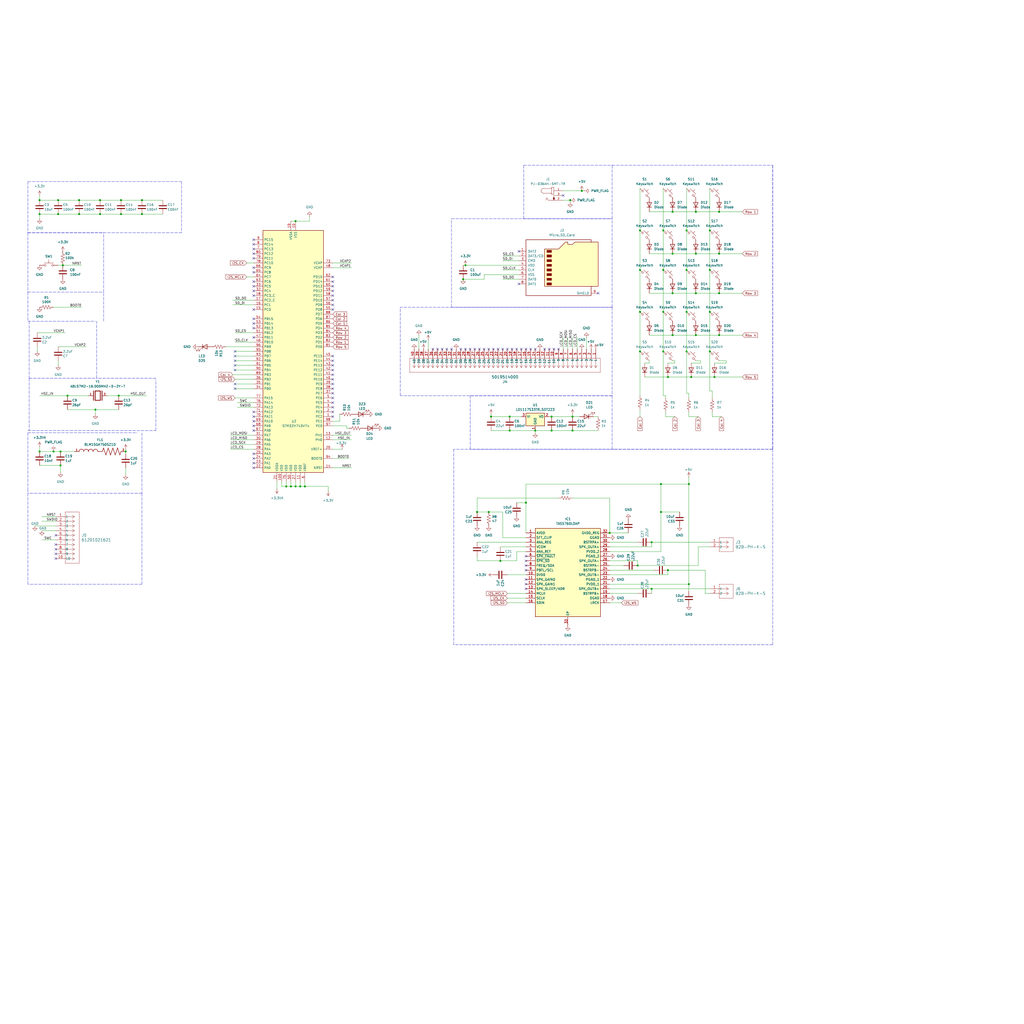
<source format=kicad_sch>
(kicad_sch (version 20231120) (generator "eeschema") (generator_version "8.0")
  (paper "User" 558.8 558.8)
  (lib_symbols
    (symbol "+3.3V_2" (power) (pin_numbers hide) (pin_names (offset 0) hide)
      (property "Value" "+3.3V" (at 0 3.556 0))
      (symbol "+3.3V_2_1_1"
        (pin power_in line (at 0 0 90) (length 0) (name "~") (number "1"))
      )
    )
    (symbol "+5V_2" (power) (pin_numbers hide) (pin_names (offset 0) hide)
      (property "Value" "+5V" (at 0 3.556 0))
      (symbol "+5V_2_1_1"
        (pin power_in line (at 0 0 90) (length 0) (name "~") (number "1"))
      )
    )
    (symbol "2024-09-26_21-43-55:5019514000" (pin_names (offset 0.254))
      (property "Reference" "J4" (at 17.78 -49.53 90))
      (property "Value" "5019514000" (at 15.24 -49.53 90))
      (symbol "5019514000_1_1"
        (pin passive line (at 0 0 0) (length 5.08) (name "1") (number "1"))
        (pin unspecified line (at 0 -22.86 0) (length 5.08) (name "10") (number "10"))
        (pin unspecified line (at 0 -25.4 0) (length 5.08) (name "11") (number "11"))
        (pin unspecified line (at 0 -27.94 0) (length 5.08) (name "12") (number "12"))
        (pin passive line (at 0 -30.48 0) (length 5.08) (name "13") (number "13"))
        (pin unspecified line (at 0 -33.02 0) (length 5.08) (name "14") (number "14"))
        (pin unspecified line (at 0 -35.56 0) (length 5.08) (name "15") (number "15"))
        (pin unspecified line (at 0 -38.1 0) (length 5.08) (name "16") (number "16"))
        (pin unspecified line (at 0 -40.64 0) (length 5.08) (name "17") (number "17"))
        (pin unspecified line (at 0 -43.18 0) (length 5.08) (name "18") (number "18"))
        (pin unspecified line (at 0 -45.72 0) (length 5.08) (name "19") (number "19"))
        (pin passive line (at 0 -2.54 0) (length 5.08) (name "2") (number "2"))
        (pin unspecified line (at 0 -48.26 0) (length 5.08) (name "20") (number "20"))
        (pin unspecified line (at 0 -50.8 0) (length 5.08) (name "21") (number "21"))
        (pin unspecified line (at 0 -53.34 0) (length 5.08) (name "22") (number "22"))
        (pin unspecified line (at 0 -55.88 0) (length 5.08) (name "23") (number "23"))
        (pin unspecified line (at 0 -58.42 0) (length 5.08) (name "24") (number "24"))
        (pin unspecified line (at 0 -60.96 0) (length 5.08) (name "25") (number "25"))
        (pin unspecified line (at 0 -63.5 0) (length 5.08) (name "26") (number "26"))
        (pin unspecified line (at 0 -66.04 0) (length 5.08) (name "27") (number "27"))
        (pin unspecified line (at 0 -68.58 0) (length 5.08) (name "28") (number "28"))
        (pin unspecified line (at 0 -71.12 0) (length 5.08) (name "29") (number "29"))
        (pin passive line (at 0 -5.08 0) (length 5.08) (name "3") (number "3"))
        (pin unspecified line (at 0 -73.66 0) (length 5.08) (name "30") (number "30"))
        (pin passive line (at 0 -76.2 0) (length 5.08) (name "31") (number "31"))
        (pin unspecified line (at 0 -78.74 0) (length 5.08) (name "32") (number "32"))
        (pin unspecified line (at 0 -81.28 0) (length 5.08) (name "33") (number "33"))
        (pin unspecified line (at 0 -83.82 0) (length 5.08) (name "34") (number "34"))
        (pin unspecified line (at 0 -86.36 0) (length 5.08) (name "35") (number "35"))
        (pin unspecified line (at 0 -88.9 0) (length 5.08) (name "36") (number "36"))
        (pin passive line (at 0 -91.44 0) (length 5.08) (name "37") (number "37"))
        (pin passive line (at 0 -93.98 0) (length 5.08) (name "38") (number "38"))
        (pin passive line (at 0 -96.52 0) (length 5.08) (name "39") (number "39"))
        (pin passive line (at 0 -7.62 0) (length 5.08) (name "4") (number "4"))
        (pin passive line (at 0 -99.06 0) (length 5.08) (name "40") (number "40"))
        (pin passive line (at 0 -10.16 0) (length 5.08) (name "5") (number "5"))
        (pin passive line (at 0 -12.7 0) (length 5.08) (name "6") (number "6"))
        (pin passive line (at 0 -15.24 0) (length 5.08) (name "7") (number "7"))
        (pin passive line (at 0 -17.78 0) (length 5.08) (name "8") (number "8"))
        (pin unspecified line (at 0 -20.32 0) (length 5.08) (name "9") (number "9"))
      )
      (symbol "5019514000_1_2"
        (pin unspecified line (at 0 0 0) (length 5.08) (name "1") (number "1"))
        (pin unspecified line (at 0 -22.86 0) (length 5.08) (name "10") (number "10"))
        (pin unspecified line (at 0 -25.4 0) (length 5.08) (name "11") (number "11"))
        (pin unspecified line (at 0 -27.94 0) (length 5.08) (name "12") (number "12"))
        (pin unspecified line (at 0 -30.48 0) (length 5.08) (name "13") (number "13"))
        (pin unspecified line (at 0 -33.02 0) (length 5.08) (name "14") (number "14"))
        (pin unspecified line (at 0 -35.56 0) (length 5.08) (name "15") (number "15"))
        (pin unspecified line (at 0 -38.1 0) (length 5.08) (name "16") (number "16"))
        (pin unspecified line (at 0 -40.64 0) (length 5.08) (name "17") (number "17"))
        (pin unspecified line (at 0 -43.18 0) (length 5.08) (name "18") (number "18"))
        (pin unspecified line (at 0 -45.72 0) (length 5.08) (name "19") (number "19"))
        (pin unspecified line (at 0 -2.54 0) (length 5.08) (name "2") (number "2"))
        (pin unspecified line (at 0 -48.26 0) (length 5.08) (name "20") (number "20"))
        (pin unspecified line (at 0 -50.8 0) (length 5.08) (name "21") (number "21"))
        (pin unspecified line (at 0 -53.34 0) (length 5.08) (name "22") (number "22"))
        (pin unspecified line (at 0 -55.88 0) (length 5.08) (name "23") (number "23"))
        (pin unspecified line (at 0 -58.42 0) (length 5.08) (name "24") (number "24"))
        (pin unspecified line (at 0 -60.96 0) (length 5.08) (name "25") (number "25"))
        (pin unspecified line (at 0 -63.5 0) (length 5.08) (name "26") (number "26"))
        (pin unspecified line (at 0 -66.04 0) (length 5.08) (name "27") (number "27"))
        (pin unspecified line (at 0 -68.58 0) (length 5.08) (name "28") (number "28"))
        (pin unspecified line (at 0 -71.12 0) (length 5.08) (name "29") (number "29"))
        (pin unspecified line (at 0 -5.08 0) (length 5.08) (name "3") (number "3"))
        (pin unspecified line (at 0 -73.66 0) (length 5.08) (name "30") (number "30"))
        (pin unspecified line (at 0 -76.2 0) (length 5.08) (name "31") (number "31"))
        (pin unspecified line (at 0 -78.74 0) (length 5.08) (name "32") (number "32"))
        (pin unspecified line (at 0 -81.28 0) (length 5.08) (name "33") (number "33"))
        (pin unspecified line (at 0 -83.82 0) (length 5.08) (name "34") (number "34"))
        (pin unspecified line (at 0 -86.36 0) (length 5.08) (name "35") (number "35"))
        (pin unspecified line (at 0 -88.9 0) (length 5.08) (name "36") (number "36"))
        (pin unspecified line (at 0 -91.44 0) (length 5.08) (name "37") (number "37"))
        (pin unspecified line (at 0 -93.98 0) (length 5.08) (name "38") (number "38"))
        (pin unspecified line (at 0 -96.52 0) (length 5.08) (name "39") (number "39"))
        (pin unspecified line (at 0 -7.62 0) (length 5.08) (name "4") (number "4"))
        (pin unspecified line (at 0 -99.06 0) (length 5.08) (name "40") (number "40"))
        (pin unspecified line (at 0 -10.16 0) (length 5.08) (name "5") (number "5"))
        (pin unspecified line (at 0 -12.7 0) (length 5.08) (name "6") (number "6"))
        (pin unspecified line (at 0 -15.24 0) (length 5.08) (name "7") (number "7"))
        (pin unspecified line (at 0 -17.78 0) (length 5.08) (name "8") (number "8"))
        (pin unspecified line (at 0 -20.32 0) (length 5.08) (name "9") (number "9"))
      )
    )
    (symbol "2024-09-27_18-41-52:61201021621" (pin_names (offset 0.254))
      (property "Reference" "J5" (at 13.97 -10.1599 0))
      (property "Value" "61201021621" (at 13.97 -12.6999 0))
      (symbol "61201021621_1_1"
        (pin passive line (at 0 0 0) (length 5.08) (name "1") (number "1"))
        (pin unspecified line (at 0 -22.86 0) (length 5.08) (name "10") (number "10"))
        (pin passive line (at 0 -2.54 0) (length 5.08) (name "2") (number "2"))
        (pin passive line (at 0 -5.08 0) (length 5.08) (name "3") (number "3"))
        (pin passive line (at 0 -7.62 0) (length 5.08) (name "4") (number "4"))
        (pin passive line (at 0 -10.16 0) (length 5.08) (name "5") (number "5"))
        (pin passive line (at 0 -12.7 0) (length 5.08) (name "6") (number "6"))
        (pin unspecified line (at 0 -15.24 0) (length 5.08) (name "7") (number "7"))
        (pin unspecified line (at 0 -17.78 0) (length 5.08) (name "8") (number "8"))
        (pin unspecified line (at 0 -20.32 0) (length 5.08) (name "9") (number "9"))
      )
      (symbol "61201021621_1_2"
        (pin unspecified line (at 0 0 0) (length 5.08) (name "1") (number "1"))
        (pin unspecified line (at 0 -22.86 0) (length 5.08) (name "10") (number "10"))
        (pin unspecified line (at 0 -2.54 0) (length 5.08) (name "2") (number "2"))
        (pin unspecified line (at 0 -5.08 0) (length 5.08) (name "3") (number "3"))
        (pin unspecified line (at 0 -7.62 0) (length 5.08) (name "4") (number "4"))
        (pin unspecified line (at 0 -10.16 0) (length 5.08) (name "5") (number "5"))
        (pin unspecified line (at 0 -12.7 0) (length 5.08) (name "6") (number "6"))
        (pin unspecified line (at 0 -15.24 0) (length 5.08) (name "7") (number "7"))
        (pin unspecified line (at 0 -17.78 0) (length 5.08) (name "8") (number "8"))
        (pin unspecified line (at 0 -20.32 0) (length 5.08) (name "9") (number "9"))
      )
    )
    (symbol "ABLS7M2-16.000MHZ-D-2Y-T:ABLS7M2-16.000MHZ-D-2Y-T" (pin_names (offset 1.016))
      (property "Reference" "Y" (at -5.0878 3.8159 0))
      (property "Value" "ABLS7M2-16.000MHZ-D-2Y-T" (at -5.0944 -5.0944 0))
      (symbol "ABLS7M2-16.000MHZ-D-2Y-T_0_0"
        (pin passive line (at -5.08 0 0) (length 2.54) (name "~") (number "1"))
        (pin passive line (at 5.08 0 180) (length 2.54) (name "~") (number "2"))
      )
    )
    (symbol "B2B-PH-K-S:B2B-PH-K-S" (pin_names (offset 0.254))
      (property "Reference" "J" (at 8.89 6.35 0))
      (property "Value" "B2B-PH-K-S" (at 0 0 0))
      (symbol "B2B-PH-K-S_1_1"
        (pin unspecified line (at 0 0 0) (length 5.08) (name "1") (number "1"))
        (pin unspecified line (at 0 -2.54 0) (length 5.08) (name "2") (number "2"))
      )
      (symbol "B2B-PH-K-S_1_2"
        (pin unspecified line (at 0 0 0) (length 5.08) (name "1") (number "1"))
        (pin unspecified line (at 0 -2.54 0) (length 5.08) (name "2") (number "2"))
      )
    )
    (symbol "BLM15GA750SZ1D:BLM15GA750SZ1D" (pin_names (offset 1.016))
      (property "Reference" "FL" (at -12.7044 5.0815 0))
      (property "Value" "BLM15GA750SZ1D" (at -12.71 -5.0866 0))
      (symbol "BLM15GA750SZ1D_0_0"
        (pin passive line (at -15.24 0 0) (length 2.54) (name "~") (number "1"))
        (pin passive line (at 12.7 0 180) (length 2.54) (name "~") (number "2"))
      )
    )
    (symbol "Connector:Micro_SD_Card" (pin_names (offset 1.016))
      (property "Reference" "J" (at -16.51 15.24 0))
      (property "Value" "Micro_SD_Card" (at 16.51 15.24 0))
      (symbol "Micro_SD_Card_1_1"
        (pin bidirectional line (at -22.86 7.62 0) (length 3.81) (name "DAT2") (number "1"))
        (pin bidirectional line (at -22.86 5.08 0) (length 3.81) (name "DAT3/CD") (number "2"))
        (pin input line (at -22.86 2.54 0) (length 3.81) (name "CMD") (number "3"))
        (pin power_in line (at -22.86 0 0) (length 3.81) (name "VDD") (number "4"))
        (pin input line (at -22.86 -2.54 0) (length 3.81) (name "CLK") (number "5"))
        (pin power_in line (at -22.86 -5.08 0) (length 3.81) (name "VSS") (number "6"))
        (pin bidirectional line (at -22.86 -7.62 0) (length 3.81) (name "DAT0") (number "7"))
        (pin bidirectional line (at -22.86 -10.16 0) (length 3.81) (name "DAT1") (number "8"))
        (pin passive line (at 20.32 -15.24 180) (length 3.81) (name "SHIELD") (number "9"))
      )
    )
    (symbol "Device:C" (pin_numbers hide) (pin_names (offset 0.254))
      (property "Reference" "C" (at 0.635 2.54 0))
      (property "Value" "C" (at 0.635 -2.54 0))
      (symbol "C_1_1"
        (pin passive line (at 0 3.81 270) (length 2.794) (name "~") (number "1"))
        (pin passive line (at 0 -3.81 90) (length 2.794) (name "~") (number "2"))
      )
    )
    (symbol "Device:LED" (pin_numbers hide) (pin_names (offset 1.016) hide)
      (property "Reference" "D" (at 0 2.54 0))
      (property "Value" "LED" (at 0 -2.54 0))
      (symbol "LED_1_1"
        (pin passive line (at -3.81 0 0) (length 2.54) (name "K") (number "1"))
        (pin passive line (at 3.81 0 180) (length 2.54) (name "A") (number "2"))
      )
    )
    (symbol "Device:R_US" (pin_numbers hide) (pin_names (offset 0))
      (property "Reference" "R" (at 2.54 0 90))
      (property "Value" "R_US" (at -2.54 0 90))
      (symbol "R_US_1_1"
        (pin passive line (at 0 3.81 270) (length 1.27) (name "~") (number "1"))
        (pin passive line (at 0 -3.81 90) (length 1.27) (name "~") (number "2"))
      )
    )
    (symbol "LD1117S33TR_SOT223_1"
      (property "Reference" "U" (at -3.81 3.175 0))
      (property "Value" "LD1117S33TR_SOT223" (at 0 3.175 0))
      (symbol "LD1117S33TR_SOT223_1_1_1"
        (pin power_in line (at 0 -7.62 90) (length 2.54) (name "GND") (number "1"))
        (pin power_out line (at 7.62 0 180) (length 2.54) (name "VO") (number "2"))
        (pin power_in line (at -7.62 0 0) (length 2.54) (name "VI") (number "3"))
      )
    )
    (symbol "MCU_ST_STM32H7:STM32H743VITx"
      (property "Reference" "U" (at -15.24 67.31 0))
      (property "Value" "STM32H743VITx" (at 12.7 67.31 0))
      (symbol "STM32H743VITx_1_1"
        (pin bidirectional line (at -20.32 35.56 0) (length 5.08) (name "PE2") (number "1"))
        (pin power_in line (at 0 -71.12 90) (length 5.08) (name "VSS") (number "10"))
        (pin power_in line (at 7.62 71.12 270) (length 5.08) (name "VDD") (number "100"))
        (pin power_in line (at -2.54 71.12 270) (length 5.08) (name "VDD") (number "11"))
        (pin bidirectional line (at -20.32 48.26 0) (length 5.08) (name "PH0") (number "12"))
        (pin bidirectional line (at -20.32 45.72 0) (length 5.08) (name "PH1") (number "13"))
        (pin input line (at -20.32 63.5 0) (length 5.08) (name "NRST") (number "14"))
        (pin bidirectional line (at 22.86 -22.86 180) (length 5.08) (name "PC0") (number "15"))
        (pin bidirectional line (at 22.86 -25.4 180) (length 5.08) (name "PC1") (number "16"))
        (pin bidirectional line (at 22.86 -27.94 180) (length 5.08) (name "PC2_C") (number "17"))
        (pin bidirectional line (at 22.86 -30.48 180) (length 5.08) (name "PC3_C") (number "18"))
        (pin power_in line (at 2.54 -71.12 90) (length 5.08) (name "VSSA") (number "19"))
        (pin bidirectional line (at -20.32 33.02 0) (length 5.08) (name "PE3") (number "2"))
        (pin input line (at -20.32 53.34 0) (length 5.08) (name "VREF+") (number "20"))
        (pin power_in line (at 10.16 71.12 270) (length 5.08) (name "VDDA") (number "21"))
        (pin bidirectional line (at 22.86 63.5 180) (length 5.08) (name "PA0") (number "22"))
        (pin bidirectional line (at 22.86 60.96 180) (length 5.08) (name "PA1") (number "23"))
        (pin bidirectional line (at 22.86 58.42 180) (length 5.08) (name "PA2") (number "24"))
        (pin bidirectional line (at 22.86 55.88 180) (length 5.08) (name "PA3") (number "25"))
        (pin passive line (at 0 -71.12 90) (length 5.08) hide (name "VSS") (number "26"))
        (pin power_in line (at 0 71.12 270) (length 5.08) (name "VDD") (number "27"))
        (pin bidirectional line (at 22.86 53.34 180) (length 5.08) (name "PA4") (number "28"))
        (pin bidirectional line (at 22.86 50.8 180) (length 5.08) (name "PA5") (number "29"))
        (pin bidirectional line (at -20.32 30.48 0) (length 5.08) (name "PE4") (number "3"))
        (pin bidirectional line (at 22.86 48.26 180) (length 5.08) (name "PA6") (number "30"))
        (pin bidirectional line (at 22.86 45.72 180) (length 5.08) (name "PA7") (number "31"))
        (pin bidirectional line (at 22.86 -33.02 180) (length 5.08) (name "PC4") (number "32"))
        (pin bidirectional line (at 22.86 -35.56 180) (length 5.08) (name "PC5") (number "33"))
        (pin bidirectional line (at 22.86 20.32 180) (length 5.08) (name "PB0") (number "34"))
        (pin bidirectional line (at 22.86 17.78 180) (length 5.08) (name "PB1") (number "35"))
        (pin bidirectional line (at 22.86 15.24 180) (length 5.08) (name "PB2") (number "36"))
        (pin bidirectional line (at -20.32 22.86 0) (length 5.08) (name "PE7") (number "37"))
        (pin bidirectional line (at -20.32 20.32 0) (length 5.08) (name "PE8") (number "38"))
        (pin bidirectional line (at -20.32 17.78 0) (length 5.08) (name "PE9") (number "39"))
        (pin bidirectional line (at -20.32 27.94 0) (length 5.08) (name "PE5") (number "4"))
        (pin bidirectional line (at -20.32 15.24 0) (length 5.08) (name "PE10") (number "40"))
        (pin bidirectional line (at -20.32 12.7 0) (length 5.08) (name "PE11") (number "41"))
        (pin bidirectional line (at -20.32 10.16 0) (length 5.08) (name "PE12") (number "42"))
        (pin bidirectional line (at -20.32 7.62 0) (length 5.08) (name "PE13") (number "43"))
        (pin bidirectional line (at -20.32 5.08 0) (length 5.08) (name "PE14") (number "44"))
        (pin bidirectional line (at -20.32 2.54 0) (length 5.08) (name "PE15") (number "45"))
        (pin bidirectional line (at 22.86 -5.08 180) (length 5.08) (name "PB10") (number "46"))
        (pin bidirectional line (at 22.86 -7.62 180) (length 5.08) (name "PB11") (number "47"))
        (pin power_out line (at -20.32 -45.72 0) (length 5.08) (name "VCAP") (number "48"))
        (pin passive line (at 0 -71.12 90) (length 5.08) hide (name "VSS") (number "49"))
        (pin bidirectional line (at -20.32 25.4 0) (length 5.08) (name "PE6") (number "5"))
        (pin power_in line (at 2.54 71.12 270) (length 5.08) (name "VDD") (number "50"))
        (pin bidirectional line (at 22.86 -10.16 180) (length 5.08) (name "PB12") (number "51"))
        (pin bidirectional line (at 22.86 -12.7 180) (length 5.08) (name "PB13") (number "52"))
        (pin bidirectional line (at 22.86 -15.24 180) (length 5.08) (name "PB14") (number "53"))
        (pin bidirectional line (at 22.86 -17.78 180) (length 5.08) (name "PB15") (number "54"))
        (pin bidirectional line (at -20.32 -22.86 0) (length 5.08) (name "PD8") (number "55"))
        (pin bidirectional line (at -20.32 -25.4 0) (length 5.08) (name "PD9") (number "56"))
        (pin bidirectional line (at -20.32 -27.94 0) (length 5.08) (name "PD10") (number "57"))
        (pin bidirectional line (at -20.32 -30.48 0) (length 5.08) (name "PD11") (number "58"))
        (pin bidirectional line (at -20.32 -33.02 0) (length 5.08) (name "PD12") (number "59"))
        (pin power_in line (at -5.08 71.12 270) (length 5.08) (name "VBAT") (number "6"))
        (pin bidirectional line (at -20.32 -35.56 0) (length 5.08) (name "PD13") (number "60"))
        (pin bidirectional line (at -20.32 -38.1 0) (length 5.08) (name "PD14") (number "61"))
        (pin bidirectional line (at -20.32 -40.64 0) (length 5.08) (name "PD15") (number "62"))
        (pin bidirectional line (at 22.86 -38.1 180) (length 5.08) (name "PC6") (number "63"))
        (pin bidirectional line (at 22.86 -40.64 180) (length 5.08) (name "PC7") (number "64"))
        (pin bidirectional line (at 22.86 -43.18 180) (length 5.08) (name "PC8") (number "65"))
        (pin bidirectional line (at 22.86 -45.72 180) (length 5.08) (name "PC9") (number "66"))
        (pin bidirectional line (at 22.86 43.18 180) (length 5.08) (name "PA8") (number "67"))
        (pin bidirectional line (at 22.86 40.64 180) (length 5.08) (name "PA9") (number "68"))
        (pin bidirectional line (at 22.86 38.1 180) (length 5.08) (name "PA10") (number "69"))
        (pin bidirectional line (at 22.86 -55.88 180) (length 5.08) (name "PC13") (number "7"))
        (pin bidirectional line (at 22.86 35.56 180) (length 5.08) (name "PA11") (number "70"))
        (pin bidirectional line (at 22.86 33.02 180) (length 5.08) (name "PA12") (number "71"))
        (pin bidirectional line (at 22.86 30.48 180) (length 5.08) (name "PA13") (number "72"))
        (pin power_out line (at -20.32 -48.26 0) (length 5.08) (name "VCAP") (number "73"))
        (pin passive line (at 0 -71.12 90) (length 5.08) hide (name "VSS") (number "74"))
        (pin power_in line (at 5.08 71.12 270) (length 5.08) (name "VDD") (number "75"))
        (pin bidirectional line (at 22.86 27.94 180) (length 5.08) (name "PA14") (number "76"))
        (pin bidirectional line (at 22.86 25.4 180) (length 5.08) (name "PA15") (number "77"))
        (pin bidirectional line (at 22.86 -48.26 180) (length 5.08) (name "PC10") (number "78"))
        (pin bidirectional line (at 22.86 -50.8 180) (length 5.08) (name "PC11") (number "79"))
        (pin bidirectional line (at 22.86 -58.42 180) (length 5.08) (name "PC14") (number "8"))
        (pin bidirectional line (at 22.86 -53.34 180) (length 5.08) (name "PC12") (number "80"))
        (pin bidirectional line (at -20.32 -2.54 0) (length 5.08) (name "PD0") (number "81"))
        (pin bidirectional line (at -20.32 -5.08 0) (length 5.08) (name "PD1") (number "82"))
        (pin bidirectional line (at -20.32 -7.62 0) (length 5.08) (name "PD2") (number "83"))
        (pin bidirectional line (at -20.32 -10.16 0) (length 5.08) (name "PD3") (number "84"))
        (pin bidirectional line (at -20.32 -12.7 0) (length 5.08) (name "PD4") (number "85"))
        (pin bidirectional line (at -20.32 -15.24 0) (length 5.08) (name "PD5") (number "86"))
        (pin bidirectional line (at -20.32 -17.78 0) (length 5.08) (name "PD6") (number "87"))
        (pin bidirectional line (at -20.32 -20.32 0) (length 5.08) (name "PD7") (number "88"))
        (pin bidirectional line (at 22.86 12.7 180) (length 5.08) (name "PB3") (number "89"))
        (pin bidirectional line (at 22.86 -60.96 180) (length 5.08) (name "PC15") (number "9"))
        (pin bidirectional line (at 22.86 10.16 180) (length 5.08) (name "PB4") (number "90"))
        (pin bidirectional line (at 22.86 7.62 180) (length 5.08) (name "PB5") (number "91"))
        (pin bidirectional line (at 22.86 5.08 180) (length 5.08) (name "PB6") (number "92"))
        (pin bidirectional line (at 22.86 2.54 180) (length 5.08) (name "PB7") (number "93"))
        (pin input line (at -20.32 58.42 0) (length 5.08) (name "BOOT0") (number "94"))
        (pin bidirectional line (at 22.86 0 180) (length 5.08) (name "PB8") (number "95"))
        (pin bidirectional line (at 22.86 -2.54 180) (length 5.08) (name "PB9") (number "96"))
        (pin bidirectional line (at -20.32 40.64 0) (length 5.08) (name "PE0") (number "97"))
        (pin bidirectional line (at -20.32 38.1 0) (length 5.08) (name "PE1") (number "98"))
        (pin passive line (at 0 -71.12 90) (length 5.08) hide (name "VSS") (number "99"))
      )
    )
    (symbol "PJ-036AH-SMT-TR:PJ-036AH-SMT-TR" (pin_names (offset 1.016))
      (property "Reference" "J" (at -7.6213 5.0809 0))
      (property "Value" "PJ-036AH-SMT-TR" (at -7.622 -5.0813 0))
      (symbol "PJ-036AH-SMT-TR_0_0"
        (pin passive line (at 5.08 2.54 180) (length 5.08) (name "~") (number "1"))
        (pin passive line (at 5.08 -2.54 180) (length 5.08) (name "~") (number "2"))
        (pin passive line (at 5.08 0 180) (length 5.08) (name "~") (number "3"))
      )
    )
    (symbol "ScottoKeebs:Placeholder_Diode" (pin_numbers hide) (pin_names hide)
      (property "Reference" "D" (at 0 2.54 0))
      (property "Value" "Diode" (at 0 -2.54 0))
      (symbol "Placeholder_Diode_1_1"
        (pin passive line (at -3.81 0 0) (length 2.54) (name "K") (number "1"))
        (pin passive line (at 3.81 0 180) (length 2.54) (name "A") (number "2"))
      )
    )
    (symbol "ScottoKeebs:Placeholder_Keyswitch" (pin_numbers hide) (pin_names (offset 1.016) hide)
      (property "Reference" "S" (at 3.048 1.016 0))
      (property "Value" "Keyswitch" (at 0 -3.81 0))
      (symbol "Placeholder_Keyswitch_0_1"
        (pin passive line (at -2.54 2.54 0) (length 0) (name "1") (number "1"))
        (pin passive line (at 2.54 -2.54 180) (length 0) (name "2") (number "2"))
      )
    )
    (symbol "Switch:SW_Push" (pin_numbers hide) (pin_names (offset 1.016) hide)
      (property "Reference" "SW" (at 1.27 2.54 0))
      (property "Value" "SW_Push" (at 0 -1.524 0))
      (symbol "SW_Push_0_1"
        (pin passive line (at -5.08 0 0) (length 2.54) (name "1") (number "1"))
        (pin passive line (at 5.08 0 180) (length 2.54) (name "2") (number "2"))
      )
    )
    (symbol "TAS5760LDAP:TAS5760LDAP"
      (property "Reference" "IC" (at 41.91 7.62 0))
      (property "Value" "TAS5760LDAP" (at 41.91 5.08 0))
      (symbol "TAS5760LDAP_1_1"
        (pin passive line (at 0 0 0) (length 5.08) (name "AVDD") (number "1"))
        (pin passive line (at 0 -22.86 0) (length 5.08) (name "DVDD") (number "10"))
        (pin passive line (at 0 -25.4 0) (length 5.08) (name "SPK_GAIN0") (number "11"))
        (pin passive line (at 0 -27.94 0) (length 5.08) (name "SPK_GAIN1") (number "12"))
        (pin passive line (at 0 -30.48 0) (length 5.08) (name "SPK_SLEEP/ADR") (number "13"))
        (pin passive line (at 0 -33.02 0) (length 5.08) (name "MCLK") (number "14"))
        (pin passive line (at 0 -35.56 0) (length 5.08) (name "SCLK") (number "15"))
        (pin passive line (at 0 -38.1 0) (length 5.08) (name "SDIN") (number "16"))
        (pin passive line (at 45.72 -38.1 180) (length 5.08) (name "LRCK") (number "17"))
        (pin passive line (at 45.72 -35.56 180) (length 5.08) (name "DGND") (number "18"))
        (pin passive line (at 45.72 -33.02 180) (length 5.08) (name "BSTRPB+") (number "19"))
        (pin passive line (at 0 -2.54 0) (length 5.08) (name "SFT_CLIP") (number "2"))
        (pin passive line (at 45.72 -30.48 180) (length 5.08) (name "SPK_OUTB+") (number "20"))
        (pin passive line (at 45.72 -27.94 180) (length 5.08) (name "PVDD_1") (number "21"))
        (pin passive line (at 45.72 -25.4 180) (length 5.08) (name "PGND_1") (number "22"))
        (pin passive line (at 45.72 -22.86 180) (length 5.08) (name "SPK_OUTB-") (number "23"))
        (pin passive line (at 45.72 -20.32 180) (length 5.08) (name "BSTRPB-") (number "24"))
        (pin passive line (at 45.72 -17.78 180) (length 5.08) (name "BSTRPA-") (number "25"))
        (pin passive line (at 45.72 -15.24 180) (length 5.08) (name "SPK_OUTA-") (number "26"))
        (pin passive line (at 45.72 -12.7 180) (length 5.08) (name "PGND_2") (number "27"))
        (pin passive line (at 45.72 -10.16 180) (length 5.08) (name "PVDD_2") (number "28"))
        (pin passive line (at 45.72 -7.62 180) (length 5.08) (name "SPK_OUTA+") (number "29"))
        (pin passive line (at 0 -5.08 0) (length 5.08) (name "ANA_REG") (number "3"))
        (pin passive line (at 45.72 -5.08 180) (length 5.08) (name "BSTRPA+") (number "30"))
        (pin passive line (at 45.72 -2.54 180) (length 5.08) (name "GGND") (number "31"))
        (pin passive line (at 45.72 0 180) (length 5.08) (name "GVDD_REG") (number "32"))
        (pin passive line (at 22.86 -50.8 90) (length 5.08) (name "EP") (number "33"))
        (pin passive line (at 0 -7.62 0) (length 5.08) (name "VCOM") (number "4"))
        (pin passive line (at 0 -10.16 0) (length 5.08) (name "ANA_REF") (number "5"))
        (pin passive line (at 0 -12.7 0) (length 5.08) (name "~{SPK_FAULT}") (number "6"))
        (pin passive line (at 0 -15.24 0) (length 5.08) (name "~{SPK_SD}") (number "7"))
        (pin passive line (at 0 -17.78 0) (length 5.08) (name "FREQ/SDA") (number "8"))
        (pin passive line (at 0 -20.32 0) (length 5.08) (name "PBTL/SCL") (number "9"))
      )
    )
    (symbol "power:+3.3V" (power) (pin_numbers hide) (pin_names (offset 0) hide)
      (property "Value" "+3.3V" (at 0 3.556 0))
      (symbol "+3.3V_1_1"
        (pin power_in line (at 0 0 90) (length 0) (name "~") (number "1"))
      )
    )
    (symbol "power:+3.3VA" (power) (pin_numbers hide) (pin_names (offset 0) hide)
      (property "Value" "+3.3VA" (at 0 3.556 0))
      (symbol "+3.3VA_1_1"
        (pin power_in line (at 0 0 90) (length 0) (name "~") (number "1"))
      )
    )
    (symbol "power:+5V" (power) (pin_numbers hide) (pin_names (offset 0) hide)
      (property "Value" "+5V" (at 0 3.556 0))
      (symbol "+5V_1_1"
        (pin power_in line (at 0 0 90) (length 0) (name "~") (number "1"))
      )
    )
    (symbol "power:GND" (power) (pin_numbers hide) (pin_names (offset 0) hide)
      (property "Value" "GND" (at 0 -3.81 0))
      (symbol "GND_1_1"
        (pin power_in line (at 0 0 270) (length 0) (name "~") (number "1"))
      )
    )
    (symbol "power:PWR_FLAG" (power) (pin_numbers hide) (pin_names (offset 0) hide)
      (property "Value" "PWR_FLAG" (at 0 3.81 0))
      (symbol "PWR_FLAG_0_0"
        (pin power_out line (at 0 0 90) (length 0) (name "~") (number "1"))
      )
    )
  )
  (junction (at 21.59 109.22))
  (junction (at 29.21 246.38))
  (junction (at 166.37 265.43))
  (junction (at 349.25 147.32))
  (junction (at 364.49 205.74))
  (junction (at 77.47 109.22))
  (junction (at 361.95 191.77))
  (junction (at 355.6 321.31))
  (junction (at 66.04 116.84))
  (junction (at 349.25 170.18))
  (junction (at 387.35 170.18))
  (junction (at 374.65 170.18))
  (junction (at 349.25 191.77))
  (junction (at 379.73 138.43))
  (junction (at 66.04 109.22))
  (junction (at 387.35 191.77))
  (junction (at 273.05 306.07))
  (junction (at 278.13 234.95))
  (junction (at 287.02 274.32))
  (junction (at 266.7 279.4))
  (junction (at 361.95 170.18))
  (junction (at 392.43 138.43))
  (junction (at 278.13 227.33))
  (junction (at 52.07 223.52))
  (junction (at 379.73 115.57))
  (junction (at 374.65 125.73))
  (junction (at 252.73 152.4))
  (junction (at 392.43 115.57))
  (junction (at 36.83 215.9))
  (junction (at 161.29 120.65))
  (junction (at 163.83 265.43))
  (junction (at 349.25 125.73))
  (junction (at 361.95 147.32))
  (junction (at 43.18 109.22))
  (junction (at 54.61 109.22))
  (junction (at 31.75 109.22))
  (junction (at 312.42 234.95))
  (junction (at 367.03 115.57))
  (junction (at 21.59 116.84))
  (junction (at 34.29 144.78))
  (junction (at 161.29 265.43))
  (junction (at 379.73 160.02))
  (junction (at 158.75 265.43))
  (junction (at 389.89 205.74))
  (junction (at 347.98 308.61))
  (junction (at 332.74 290.83))
  (junction (at 392.43 160.02))
  (junction (at 377.19 205.74))
  (junction (at 267.97 227.33))
  (junction (at 156.21 265.43))
  (junction (at 361.95 125.73))
  (junction (at 374.65 147.32))
  (junction (at 21.59 246.38))
  (junction (at 375.92 318.77))
  (junction (at 312.42 227.33))
  (junction (at 68.58 246.38))
  (junction (at 379.73 182.88))
  (junction (at 387.35 125.73))
  (junction (at 360.68 279.4))
  (junction (at 292.1 234.95))
  (junction (at 77.47 116.84))
  (junction (at 387.35 147.32))
  (junction (at 300.99 227.33))
  (junction (at 33.02 254))
  (junction (at 54.61 116.84))
  (junction (at 360.68 264.16))
  (junction (at 364.49 311.15))
  (junction (at 31.75 116.84))
  (junction (at 43.18 116.84))
  (junction (at 254 144.78))
  (junction (at 374.65 191.77))
  (junction (at 392.43 182.88))
  (junction (at 375.92 264.16))
  (junction (at 367.03 160.02))
  (junction (at 33.02 246.38))
  (junction (at 311.15 109.22))
  (junction (at 317.5 104.14))
  (junction (at 355.6 295.91))
  (junction (at 367.03 182.88))
  (junction (at 260.35 279.4))
  (junction (at 367.03 138.43))
  (junction (at 300.99 234.95))
  (junction (at 64.77 215.9))
  (no_connect (at 281.94 190.5))
  (no_connect (at 30.48 292.1))
  (no_connect (at 297.18 190.5))
  (no_connect (at 181.61 153.67))
  (no_connect (at 138.43 158.75))
  (no_connect (at 128.27 196.85))
  (no_connect (at 181.61 222.25))
  (no_connect (at 276.86 190.5))
  (no_connect (at 287.02 303.53))
  (no_connect (at 243.84 190.5))
  (no_connect (at 138.43 184.15))
  (no_connect (at 259.08 190.5))
  (no_connect (at 30.48 304.8))
  (no_connect (at 283.21 154.94))
  (no_connect (at 128.27 212.09))
  (no_connect (at 181.61 217.17))
  (no_connect (at 138.43 133.35))
  (no_connect (at 264.16 190.5))
  (no_connect (at 128.27 199.39))
  (no_connect (at 287.02 190.5))
  (no_connect (at 138.43 173.99))
  (no_connect (at 138.43 161.29))
  (no_connect (at 181.61 194.31))
  (no_connect (at 299.72 190.5))
  (no_connect (at 138.43 146.05))
  (no_connect (at 287.02 318.77))
  (no_connect (at 181.61 156.21))
  (no_connect (at 181.61 166.37))
  (no_connect (at 287.02 321.31))
  (no_connect (at 304.8 190.5))
  (no_connect (at 238.76 190.5))
  (no_connect (at 181.61 204.47))
  (no_connect (at 236.22 190.5))
  (no_connect (at 138.43 255.27))
  (no_connect (at 128.27 209.55))
  (no_connect (at 283.21 137.16))
  (no_connect (at 30.48 302.26))
  (no_connect (at 138.43 252.73))
  (no_connect (at 138.43 156.21))
  (no_connect (at 138.43 176.53))
  (no_connect (at 181.61 207.01))
  (no_connect (at 138.43 229.87))
  (no_connect (at 246.38 190.5))
  (no_connect (at 269.24 190.5))
  (no_connect (at 181.61 224.79))
  (no_connect (at 289.56 190.5))
  (no_connect (at 138.43 135.89))
  (no_connect (at 181.61 214.63))
  (no_connect (at 181.61 212.09))
  (no_connect (at 181.61 199.39))
  (no_connect (at 138.43 130.81))
  (no_connect (at 138.43 250.19))
  (no_connect (at 266.7 190.5))
  (no_connect (at 287.02 311.15))
  (no_connect (at 138.43 247.65))
  (no_connect (at 30.48 299.72))
  (no_connect (at 181.61 227.33))
  (no_connect (at 287.02 308.61))
  (no_connect (at 138.43 234.95))
  (no_connect (at 138.43 140.97))
  (no_connect (at 181.61 163.83))
  (no_connect (at 284.48 190.5))
  (no_connect (at 302.26 190.5))
  (no_connect (at 138.43 148.59))
  (no_connect (at 128.27 191.77))
  (no_connect (at 287.02 306.07))
  (no_connect (at 138.43 179.07))
  (no_connect (at 181.61 151.13))
  (no_connect (at 181.61 209.55))
  (no_connect (at 254 190.5))
  (no_connect (at 138.43 227.33))
  (no_connect (at 307.34 106.68))
  (no_connect (at 181.61 201.93))
  (no_connect (at 181.61 219.71))
  (no_connect (at 181.61 168.91))
  (no_connect (at 138.43 153.67))
  (no_connect (at 128.27 201.93))
  (no_connect (at 271.78 190.5))
  (no_connect (at 181.61 158.75))
  (no_connect (at 30.48 297.18))
  (no_connect (at 287.02 316.23))
  (no_connect (at 138.43 138.43))
  (no_connect (at 292.1 190.5))
  (no_connect (at 138.43 224.79))
  (no_connect (at 181.61 161.29))
  (no_connect (at 274.32 190.5))
  (no_connect (at 256.54 190.5))
  (no_connect (at 326.39 160.02))
  (no_connect (at 138.43 168.91))
  (no_connect (at 241.3 190.5))
  (no_connect (at 261.62 190.5))
  (no_connect (at 251.46 190.5))
  (no_connect (at 279.4 190.5))
  (no_connect (at 181.61 196.85))
  (no_connect (at 128.27 194.31))
  (no_connect (at 138.43 232.41))
  (polyline (pts (xy 334.01 215.9) (xy 334.01 245.11)) (stroke (width 0) (type dash)))
  (wire (pts (xy 273.05 298.45) (xy 287.02 298.45)))
  (wire (pts (xy 31.75 196.85) (xy 31.75 199.39)))
  (wire (pts (xy 276.86 328.93) (xy 287.02 328.93)))
  (wire (pts (xy 389.89 198.12) (xy 396.24 198.12)))
  (wire (pts (xy 360.68 264.16) (xy 360.68 279.4)))
  (wire (pts (xy 185.42 229.87) (xy 181.61 229.87)))
  (wire (pts (xy 276.86 326.39) (xy 287.02 326.39)))
  (wire (pts (xy 36.83 215.9) (xy 48.26 215.9)))
  (wire (pts (xy 312.42 271.78) (xy 332.74 271.78)))
  (polyline (pts (xy 421.64 245.11) (xy 421.64 351.79)) (stroke (width 0) (type dash)))
  (wire (pts (xy 332.74 321.31) (xy 355.6 321.31)))
  (wire (pts (xy 349.25 223.52) (xy 349.25 227.33)))
  (wire (pts (xy 355.6 321.31) (xy 387.35 321.31)))
  (polyline (pts (xy 335.28 245.11) (xy 421.64 245.11)) (stroke (width 0) (type dash)))
  (wire (pts (xy 20.32 189.23) (xy 20.32 191.77)))
  (wire (pts (xy 349.25 147.32) (xy 349.25 170.18)))
  (wire (pts (xy 281.94 306.07) (xy 273.05 306.07)))
  (wire (pts (xy 300.99 234.95) (xy 312.42 234.95)))
  (polyline (pts (xy 15.24 99.06) (xy 15.24 127)) (stroke (width 0) (type dash)))
  (wire (pts (xy 267.97 227.33) (xy 278.13 227.33)))
  (wire (pts (xy 355.6 321.31) (xy 355.6 323.85)))
  (wire (pts (xy 355.6 295.91) (xy 355.6 298.45)))
  (wire (pts (xy 190.5 233.68) (xy 189.23 233.68)))
  (wire (pts (xy 66.04 109.22) (xy 77.47 109.22)))
  (wire (pts (xy 68.58 245.11) (xy 68.58 246.38)))
  (wire (pts (xy 364.49 313.69) (xy 364.49 311.15)))
  (wire (pts (xy 278.13 234.95) (xy 292.1 234.95)))
  (wire (pts (xy 123.19 189.23) (xy 138.43 189.23)))
  (wire (pts (xy 375.92 214.63) (xy 374.65 214.63)))
  (wire (pts (xy 361.95 215.9) (xy 361.95 191.77)))
  (wire (pts (xy 31.75 116.84) (xy 43.18 116.84)))
  (wire (pts (xy 368.3 196.85) (xy 367.03 196.85)))
  (wire (pts (xy 312.42 234.95) (xy 326.39 234.95)))
  (wire (pts (xy 389.89 205.74) (xy 405.13 205.74)))
  (wire (pts (xy 351.79 205.74) (xy 364.49 205.74)))
  (wire (pts (xy 278.13 227.33) (xy 284.48 227.33)))
  (wire (pts (xy 374.65 102.87) (xy 374.65 125.73)))
  (wire (pts (xy 388.62 224.79) (xy 388.62 227.33)))
  (polyline (pts (xy 334.01 167.64) (xy 334.01 119.38)) (stroke (width 0) (type dash)))
  (polyline (pts (xy 15.24 236.22) (xy 15.24 266.7)) (stroke (width 0) (type dash)))
  (wire (pts (xy 58.42 215.9) (xy 64.77 215.9)))
  (wire (pts (xy 379.73 138.43) (xy 392.43 138.43)))
  (wire (pts (xy 367.03 138.43) (xy 379.73 138.43)))
  (wire (pts (xy 368.3 227.33) (xy 363.22 227.33)))
  (polyline (pts (xy 421.64 215.9) (xy 421.64 245.11)) (stroke (width 0) (type dash)))
  (wire (pts (xy 125.73 245.11) (xy 138.43 245.11)))
  (wire (pts (xy 127 163.83) (xy 138.43 163.83)))
  (wire (pts (xy 129.54 222.25) (xy 138.43 222.25)))
  (wire (pts (xy 129.54 219.71) (xy 138.43 219.71)))
  (polyline (pts (xy 246.38 167.64) (xy 334.01 167.64)) (stroke (width 0) (type dash)))
  (polyline (pts (xy 85.09 234.95) (xy 85.09 207.01)) (stroke (width 0) (type dash)))
  (wire (pts (xy 276.86 323.85) (xy 287.02 323.85)))
  (wire (pts (xy 361.95 170.18) (xy 361.95 191.77)))
  (polyline (pts (xy 15.24 159.385) (xy 56.515 159.385)) (stroke (width 0) (type dash)))
  (wire (pts (xy 166.37 265.43) (xy 179.07 265.43)))
  (wire (pts (xy 181.61 255.27) (xy 191.77 255.27)))
  (wire (pts (xy 31.75 144.78) (xy 34.29 144.78)))
  (wire (pts (xy 36.83 215.9) (xy 21.59 215.9)))
  (wire (pts (xy 68.58 246.38) (xy 68.58 247.65)))
  (wire (pts (xy 332.74 300.99) (xy 360.68 300.99)))
  (wire (pts (xy 151.13 266.7) (xy 151.13 262.89)))
  (wire (pts (xy 185.42 226.06) (xy 185.42 229.87)))
  (wire (pts (xy 31.75 189.23) (xy 46.99 189.23)))
  (wire (pts (xy 287.02 300.99) (xy 281.94 300.99)))
  (wire (pts (xy 374.65 125.73) (xy 374.65 147.32)))
  (wire (pts (xy 292.1 236.22) (xy 292.1 234.95)))
  (wire (pts (xy 22.86 289.56) (xy 30.48 289.56)))
  (polyline (pts (xy 15.24 175.26) (xy 52.07 175.26)) (stroke (width 0) (type dash)))
  (wire (pts (xy 134.62 151.13) (xy 138.43 151.13)))
  (polyline (pts (xy 52.705 206.375) (xy 52.705 175.26)) (stroke (width 0) (type dash)))
  (wire (pts (xy 387.35 213.36) (xy 387.35 191.77)))
  (wire (pts (xy 393.7 227.33) (xy 388.62 227.33)))
  (wire (pts (xy 320.04 184.15) (xy 320.04 190.5)))
  (wire (pts (xy 161.29 265.43) (xy 163.83 265.43)))
  (polyline (pts (xy 421.64 245.11) (xy 256.54 245.11)) (stroke (width 0) (type dash)))
  (wire (pts (xy 374.65 214.63) (xy 374.65 191.77)))
  (wire (pts (xy 134.62 143.51) (xy 138.43 143.51)))
  (wire (pts (xy 260.35 279.4) (xy 266.7 279.4)))
  (polyline (pts (xy 15.875 206.375) (xy 15.875 234.95)) (stroke (width 0) (type dash)))
  (wire (pts (xy 367.03 182.88) (xy 379.73 182.88)))
  (wire (pts (xy 375.92 260.35) (xy 375.92 264.16)))
  (wire (pts (xy 264.16 152.4) (xy 264.16 149.86)))
  (wire (pts (xy 128.27 191.77) (xy 138.43 191.77)))
  (wire (pts (xy 307.34 104.14) (xy 317.5 104.14)))
  (wire (pts (xy 379.73 182.88) (xy 392.43 182.88)))
  (wire (pts (xy 54.61 116.84) (xy 66.04 116.84)))
  (wire (pts (xy 266.7 279.4) (xy 274.32 279.4)))
  (wire (pts (xy 33.02 246.38) (xy 40.64 246.38)))
  (wire (pts (xy 52.07 223.52) (xy 52.07 226.06)))
  (wire (pts (xy 340.36 308.61) (xy 332.74 308.61)))
  (wire (pts (xy 161.29 120.65) (xy 168.91 120.65)))
  (wire (pts (xy 364.49 198.12) (xy 368.3 198.12)))
  (polyline (pts (xy 15.24 236.22) (xy 74.93 236.22)) (stroke (width 0) (type dash)))
  (wire (pts (xy 381 227.33) (xy 375.92 227.33)))
  (polyline (pts (xy 15.875 206.375) (xy 52.705 206.375)) (stroke (width 0) (type dash)))
  (wire (pts (xy 179.07 267.97) (xy 179.07 265.43)))
  (wire (pts (xy 252.73 152.4) (xy 264.16 152.4)))
  (wire (pts (xy 384.81 311.15) (xy 364.49 311.15)))
  (polyline (pts (xy 15.24 159.385) (xy 15.24 175.26)) (stroke (width 0) (type dash)))
  (polyline (pts (xy 77.47 318.77) (xy 15.24 318.77)) (stroke (width 0) (type dash)))
  (wire (pts (xy 33.02 254) (xy 33.02 257.81)))
  (wire (pts (xy 21.59 106.68) (xy 21.59 109.22)))
  (wire (pts (xy 332.74 271.78) (xy 332.74 290.83)))
  (polyline (pts (xy 56.515 175.26) (xy 56.515 159.385)) (stroke (width 0) (type dash)))
  (wire (pts (xy 29.21 246.38) (xy 33.02 246.38)))
  (wire (pts (xy 158.75 262.89) (xy 158.75 265.43)))
  (wire (pts (xy 276.86 313.69) (xy 287.02 313.69)))
  (wire (pts (xy 392.43 138.43) (xy 405.13 138.43)))
  (wire (pts (xy 382.27 198.12) (xy 382.27 196.85)))
  (wire (pts (xy 363.22 224.79) (xy 363.22 227.33)))
  (wire (pts (xy 332.74 298.45) (xy 355.6 298.45)))
  (wire (pts (xy 128.27 186.69) (xy 138.43 186.69)))
  (wire (pts (xy 161.29 120.65) (xy 158.75 120.65)))
  (wire (pts (xy 36.83 223.52) (xy 52.07 223.52)))
  (wire (pts (xy 21.59 243.84) (xy 21.59 246.38)))
  (wire (pts (xy 309.88 190.5) (xy 309.88 184.15)))
  (wire (pts (xy 307.34 190.5) (xy 307.34 184.15)))
  (wire (pts (xy 360.68 279.4) (xy 370.84 279.4)))
  (polyline (pts (xy 15.875 175.26) (xy 15.875 206.375)) (stroke (width 0) (type dash)))
  (wire (pts (xy 367.03 160.02) (xy 379.73 160.02)))
  (polyline (pts (xy 15.24 127) (xy 15.24 159.385)) (stroke (width 0) (type dash)))
  (wire (pts (xy 363.22 215.9) (xy 363.22 217.17)))
  (wire (pts (xy 128.27 196.85) (xy 138.43 196.85)))
  (wire (pts (xy 360.68 264.16) (xy 375.92 264.16)))
  (wire (pts (xy 299.72 227.33) (xy 300.99 227.33)))
  (wire (pts (xy 274.32 139.7) (xy 283.21 139.7)))
  (polyline (pts (xy 247.65 245.11) (xy 247.65 351.79)) (stroke (width 0) (type dash)))
  (wire (pts (xy 381 298.45) (xy 381 308.61)))
  (wire (pts (xy 388.62 213.36) (xy 387.35 213.36)))
  (wire (pts (xy 332.74 313.69) (xy 364.49 313.69)))
  (wire (pts (xy 190.5 250.19) (xy 181.61 250.19)))
  (wire (pts (xy 128.27 212.09) (xy 138.43 212.09)))
  (wire (pts (xy 364.49 205.74) (xy 377.19 205.74)))
  (polyline (pts (xy 56.515 159.385) (xy 56.515 127)) (stroke (width 0) (type dash)))
  (wire (pts (xy 43.18 109.22) (xy 54.61 109.22)))
  (wire (pts (xy 354.33 198.12) (xy 354.33 196.85)))
  (wire (pts (xy 68.58 255.27) (xy 68.58 259.08)))
  (wire (pts (xy 375.92 214.63) (xy 375.92 217.17)))
  (wire (pts (xy 128.27 194.31) (xy 138.43 194.31)))
  (wire (pts (xy 349.25 125.73) (xy 349.25 147.32)))
  (wire (pts (xy 332.74 318.77) (xy 375.92 318.77)))
  (wire (pts (xy 332.74 311.15) (xy 356.87 311.15)))
  (wire (pts (xy 392.43 182.88) (xy 405.13 182.88)))
  (wire (pts (xy 163.83 262.89) (xy 163.83 265.43)))
  (wire (pts (xy 52.07 223.52) (xy 64.77 223.52)))
  (wire (pts (xy 379.73 160.02) (xy 392.43 160.02)))
  (wire (pts (xy 332.74 295.91) (xy 347.98 295.91)))
  (wire (pts (xy 21.59 246.38) (xy 29.21 246.38)))
  (polyline (pts (xy 77.47 269.24) (xy 77.47 318.77)) (stroke (width 0) (type dash)))
  (polyline (pts (xy 334.01 215.9) (xy 256.54 215.9)) (stroke (width 0) (type dash)))
  (wire (pts (xy 332.74 290.83) (xy 342.9 290.83)))
  (wire (pts (xy 384.81 323.85) (xy 384.81 311.15)))
  (polyline (pts (xy 246.38 167.64) (xy 246.38 119.38)) (stroke (width 0) (type dash)))
  (wire (pts (xy 281.94 274.32) (xy 287.02 274.32)))
  (polyline (pts (xy 334.01 167.64) (xy 218.44 167.64)) (stroke (width 0) (type dash)))
  (wire (pts (xy 161.29 262.89) (xy 161.29 265.43)))
  (wire (pts (xy 158.75 265.43) (xy 161.29 265.43)))
  (wire (pts (xy 260.35 295.91) (xy 287.02 295.91)))
  (wire (pts (xy 127 204.47) (xy 138.43 204.47)))
  (wire (pts (xy 153.67 265.43) (xy 156.21 265.43)))
  (wire (pts (xy 22.86 284.48) (xy 30.48 284.48)))
  (wire (pts (xy 260.35 303.53) (xy 260.35 306.07)))
  (wire (pts (xy 292.1 234.95) (xy 300.99 234.95)))
  (wire (pts (xy 312.42 226.06) (xy 312.42 227.33)))
  (polyline (pts (xy 421.64 90.17) (xy 421.64 245.11)) (stroke (width 0) (type dash)))
  (wire (pts (xy 361.95 125.73) (xy 361.95 147.32)))
  (polyline (pts (xy 285.75 119.38) (xy 334.01 119.38)) (stroke (width 0) (type dash)))
  (wire (pts (xy 191.77 146.05) (xy 181.61 146.05)))
  (polyline (pts (xy 335.28 245.11) (xy 247.65 245.11)) (stroke (width 0) (type dash)))
  (polyline (pts (xy 256.54 215.9) (xy 256.54 245.11)) (stroke (width 0) (type dash)))
  (wire (pts (xy 287.02 274.32) (xy 287.02 290.83)))
  (wire (pts (xy 125.73 237.49) (xy 138.43 237.49)))
  (wire (pts (xy 300.99 227.33) (xy 312.42 227.33)))
  (wire (pts (xy 368.3 198.12) (xy 368.3 196.85)))
  (wire (pts (xy 127 166.37) (xy 138.43 166.37)))
  (wire (pts (xy 392.43 138.43) (xy 392.43 137.16)))
  (polyline (pts (xy 421.64 90.17) (xy 421.64 245.11)) (stroke (width 0) (type dash)))
  (wire (pts (xy 381 308.61) (xy 347.98 308.61)))
  (wire (pts (xy 128.27 201.93) (xy 138.43 201.93)))
  (polyline (pts (xy 334.01 167.64) (xy 334.01 215.9)) (stroke (width 0) (type dash)))
  (wire (pts (xy 351.79 198.12) (xy 354.33 198.12)))
  (wire (pts (xy 128.27 181.61) (xy 138.43 181.61)))
  (wire (pts (xy 363.22 215.9) (xy 361.95 215.9)))
  (wire (pts (xy 287.02 264.16) (xy 360.68 264.16)))
  (wire (pts (xy 387.35 170.18) (xy 387.35 191.77)))
  (wire (pts (xy 349.25 102.87) (xy 349.25 125.73)))
  (wire (pts (xy 168.91 120.65) (xy 168.91 118.11)))
  (polyline (pts (xy 15.24 99.06) (xy 99.06 99.06)) (stroke (width 0) (type dash)))
  (wire (pts (xy 128.27 209.55) (xy 138.43 209.55)))
  (wire (pts (xy 64.77 215.9) (xy 80.01 215.9)))
  (wire (pts (xy 77.47 109.22) (xy 88.9 109.22)))
  (wire (pts (xy 367.03 115.57) (xy 379.73 115.57)))
  (polyline (pts (xy 246.38 119.38) (xy 334.01 119.38)) (stroke (width 0) (type dash)))
  (wire (pts (xy 274.32 147.32) (xy 283.21 147.32)))
  (wire (pts (xy 377.19 198.12) (xy 382.27 198.12)))
  (wire (pts (xy 374.65 147.32) (xy 374.65 170.18)))
  (wire (pts (xy 21.59 254) (xy 33.02 254)))
  (wire (pts (xy 360.68 279.4) (xy 360.68 300.99)))
  (wire (pts (xy 267.97 234.95) (xy 278.13 234.95)))
  (wire (pts (xy 349.25 191.77) (xy 349.25 215.9)))
  (wire (pts (xy 228.6 182.88) (xy 228.6 190.5)))
  (wire (pts (xy 387.35 323.85) (xy 384.81 323.85)))
  (wire (pts (xy 314.96 190.5) (xy 314.96 184.15)))
  (wire (pts (xy 260.35 271.78) (xy 304.8 271.78)))
  (wire (pts (xy 355.6 295.91) (xy 387.35 295.91)))
  (wire (pts (xy 379.73 115.57) (xy 392.43 115.57)))
  (wire (pts (xy 312.42 227.33) (xy 316.23 227.33)))
  (wire (pts (xy 274.32 293.37) (xy 274.32 279.4)))
  (wire (pts (xy 349.25 170.18) (xy 349.25 191.77)))
  (wire (pts (xy 332.74 323.85) (xy 347.98 323.85)))
  (wire (pts (xy 375.92 318.77) (xy 375.92 322.58)))
  (wire (pts (xy 29.21 167.64) (xy 44.45 167.64)))
  (wire (pts (xy 387.35 147.32) (xy 387.35 170.18)))
  (wire (pts (xy 354.33 182.88) (xy 367.03 182.88)))
  (wire (pts (xy 21.59 109.22) (xy 31.75 109.22)))
  (wire (pts (xy 128.27 217.17) (xy 138.43 217.17)))
  (polyline (pts (xy 77.47 236.22) (xy 77.47 269.24)) (stroke (width 0) (type dash)))
  (wire (pts (xy 34.29 144.78) (xy 44.45 144.78)))
  (wire (pts (xy 189.23 233.68) (xy 189.23 232.41)))
  (wire (pts (xy 281.94 300.99) (xy 281.94 306.07)))
  (wire (pts (xy 311.15 109.22) (xy 311.15 110.49)))
  (wire (pts (xy 287.02 264.16) (xy 287.02 274.32)))
  (polyline (pts (xy 334.01 215.9) (xy 218.44 215.9)) (stroke (width 0) (type dash)))
  (wire (pts (xy 128.27 207.01) (xy 138.43 207.01)))
  (polyline (pts (xy 15.24 127) (xy 56.515 127)) (stroke (width 0) (type dash)))
  (wire (pts (xy 189.23 232.41) (xy 181.61 232.41)))
  (wire (pts (xy 388.62 213.36) (xy 388.62 217.17)))
  (wire (pts (xy 22.86 281.94) (xy 30.48 281.94)))
  (wire (pts (xy 191.77 143.51) (xy 181.61 143.51)))
  (wire (pts (xy 156.21 265.43) (xy 158.75 265.43)))
  (wire (pts (xy 387.35 102.87) (xy 387.35 125.73)))
  (wire (pts (xy 267.97 226.06) (xy 267.97 227.33)))
  (wire (pts (xy 264.16 149.86) (xy 283.21 149.86)))
  (wire (pts (xy 382.27 196.85) (xy 379.73 196.85)))
  (wire (pts (xy 374.65 170.18) (xy 374.65 191.77)))
  (wire (pts (xy 332.74 306.07) (xy 347.98 306.07)))
  (wire (pts (xy 156.21 262.89) (xy 156.21 265.43)))
  (wire (pts (xy 43.18 116.84) (xy 54.61 116.84)))
  (wire (pts (xy 375.92 264.16) (xy 375.92 318.77)))
  (wire (pts (xy 312.42 190.5) (xy 312.42 184.15)))
  (wire (pts (xy 332.74 328.93) (xy 339.09 328.93)))
  (wire (pts (xy 347.98 306.07) (xy 347.98 308.61)))
  (wire (pts (xy 274.32 293.37) (xy 287.02 293.37)))
  (wire (pts (xy 181.61 240.03) (xy 191.77 240.03)))
  (polyline (pts (xy 15.24 234.95) (xy 85.09 234.95)) (stroke (width 0) (type dash)))
  (polyline (pts (xy 85.09 206.375) (xy 52.705 206.375)) (stroke (width 0) (type dash)))
  (wire (pts (xy 396.24 196.85) (xy 392.43 196.85)))
  (wire (pts (xy 125.73 240.03) (xy 138.43 240.03)))
  (polyline (pts (xy 218.44 215.9) (xy 218.44 167.64)) (stroke (width 0) (type dash)))
  (wire (pts (xy 387.35 298.45) (xy 381 298.45)))
  (wire (pts (xy 66.04 116.84) (xy 77.47 116.84)))
  (wire (pts (xy 186.69 245.11) (xy 181.61 245.11)))
  (wire (pts (xy 54.61 109.22) (xy 66.04 109.22)))
  (polyline (pts (xy 285.75 90.17) (xy 334.01 90.17)) (stroke (width 0) (type dash)))
  (wire (pts (xy 233.68 185.42) (xy 233.68 190.5)))
  (wire (pts (xy 252.73 144.78) (xy 254 144.78)))
  (wire (pts (xy 128.27 199.39) (xy 138.43 199.39)))
  (polyline (pts (xy 15.24 127) (xy 99.06 127)) (stroke (width 0) (type dash)))
  (wire (pts (xy 274.32 152.4) (xy 283.21 152.4)))
  (wire (pts (xy 21.59 116.84) (xy 31.75 116.84)))
  (wire (pts (xy 260.35 271.78) (xy 260.35 279.4)))
  (wire (pts (xy 307.34 109.22) (xy 311.15 109.22)))
  (wire (pts (xy 254 144.78) (xy 283.21 144.78)))
  (wire (pts (xy 354.33 115.57) (xy 367.03 115.57)))
  (wire (pts (xy 20.32 181.61) (xy 35.56 181.61)))
  (wire (pts (xy 21.59 116.84) (xy 21.59 119.38)))
  (wire (pts (xy 354.33 160.02) (xy 367.03 160.02)))
  (wire (pts (xy 163.83 265.43) (xy 166.37 265.43)))
  (wire (pts (xy 396.24 198.12) (xy 396.24 196.85)))
  (polyline (pts (xy 334.01 119.38) (xy 334.01 90.17)) (stroke (width 0) (type dash)))
  (wire (pts (xy 22.86 294.64) (xy 30.48 294.64)))
  (wire (pts (xy 317.5 104.14) (xy 318.77 104.14)))
  (polyline (pts (xy 99.06 99.06) (xy 99.06 127)) (stroke (width 0) (type dash)))
  (wire (pts (xy 19.05 287.02) (xy 30.48 287.02)))
  (wire (pts (xy 392.43 160.02) (xy 405.13 160.02)))
  (wire (pts (xy 181.61 237.49) (xy 191.77 237.49)))
  (wire (pts (xy 153.67 262.89) (xy 153.67 265.43)))
  (wire (pts (xy 375.92 224.79) (xy 375.92 227.33)))
  (polyline (pts (xy 77.47 269.24) (xy 15.24 269.24)) (stroke (width 0) (type dash)))
  (polyline (pts (xy 334.01 90.17) (xy 421.64 90.17)) (stroke (width 0) (type dash)))
  (wire (pts (xy 387.35 125.73) (xy 387.35 147.32)))
  (wire (pts (xy 77.47 116.84) (xy 88.9 116.84)))
  (wire (pts (xy 361.95 102.87) (xy 361.95 125.73)))
  (wire (pts (xy 125.73 242.57) (xy 138.43 242.57)))
  (polyline (pts (xy 285.75 119.38) (xy 285.75 90.17)) (stroke (width 0) (type dash)))
  (polyline (pts (xy 15.24 318.77) (xy 15.24 266.7)) (stroke (width 0) (type dash)))
  (wire (pts (xy 323.85 227.33) (xy 326.39 227.33)))
  (polyline (pts (xy 421.64 351.79) (xy 247.65 351.79)) (stroke (width 0) (type dash)))
  (wire (pts (xy 361.95 147.32) (xy 361.95 170.18)))
  (wire (pts (xy 392.43 115.57) (xy 405.13 115.57)))
  (wire (pts (xy 260.35 306.07) (xy 273.05 306.07)))
  (wire (pts (xy 377.19 205.74) (xy 389.89 205.74)))
  (wire (pts (xy 166.37 265.43) (xy 166.37 262.89)))
  (wire (pts (xy 31.75 109.22) (xy 43.18 109.22)))
  (wire (pts (xy 274.32 142.24) (xy 283.21 142.24)))
  (wire (pts (xy 354.33 138.43) (xy 367.03 138.43)))
  (label "LCD_MISO" (at 312.42 189.23 90))
  (label "SD_DO" (at 274.32 152.4 0))
  (label "LCD_MOSI" (at 309.88 189.23 90))
  (label "SD_CS" (at 128.27 181.61 0))
  (label "BOOT0" (at 38.1 167.64 0))
  (label "SD_CS" (at 274.32 139.7 0))
  (label "SWDIO" (at 130.81 222.25 0))
  (label "NRST" (at 39.37 144.78 0))
  (label "SWDIO" (at 25.4 284.48 0))
  (label "SWC" (at 130.81 219.71 0))
  (label "LCD_CS" (at 125.73 245.11 0))
  (label "NRST" (at 25.4 281.94 0))
  (label "HSE_OUT" (at 71.12 215.9 0))
  (label "HSE_IN" (at 184.15 240.03 0))
  (label "SD_DI" (at 274.32 142.24 0))
  (label "LCD_CS" (at 314.96 189.23 90))
  (label "BOOT0" (at 184.15 250.19 0))
  (label "VCAP2" (at 40.64 189.23 0))
  (label "SWC" (at 24.13 294.64 0))
  (label "LCD_MOSI" (at 125.73 237.49 0))
  (label "NRST" (at 186.69 255.27 0))
  (label "LCD_MISO" (at 125.73 240.03 0))
  (label "HSE_IN" (at 29.21 215.9 180))
  (label "LCD_SCK" (at 307.34 189.23 90))
  (label "SD_DO" (at 128.27 163.83 0))
  (label "SD_CLK" (at 274.32 147.32 0))
  (label "VCAP1" (at 29.21 181.61 0))
  (label "HSE_OUT" (at 182.88 237.49 0))
  (label "SD_CLK" (at 128.27 186.69 0))
  (label "VCAP2" (at 185.42 143.51 0))
  (label "SD_DI" (at 128.27 166.37 0))
  (label "VCAP1" (at 185.42 146.05 0))
  (label "LCD_SCK" (at 125.73 242.57 0))
  (global_label "Col 4" (shape input) (at 393.7 227.33 270) (property "Intersheetrefs" "${INTERSHEET_REFS}" (effects (hide yes))))
  (global_label "Row 3" (shape input) (at 405.13 160.02 0) (property "Intersheetrefs" "${INTERSHEET_REFS}" (effects (hide yes))))
  (global_label "I2S_CK" (shape input) (at 134.62 143.51 180) (property "Intersheetrefs" "${INTERSHEET_REFS}" (effects (hide yes))))
  (global_label "I2S_SD" (shape input) (at 276.86 328.93 180) (property "Intersheetrefs" "${INTERSHEET_REFS}" (effects (hide yes))))
  (global_label "Row 2" (shape input) (at 405.13 138.43 0) (property "Intersheetrefs" "${INTERSHEET_REFS}" (effects (hide yes))))
  (global_label "Col 1" (shape input) (at 349.25 227.33 270) (property "Intersheetrefs" "${INTERSHEET_REFS}" (effects (hide yes))))
  (global_label "Col 3" (shape input) (at 381 227.33 270) (property "Intersheetrefs" "${INTERSHEET_REFS}" (effects (hide yes))))
  (global_label "Col 3" (shape input) (at 181.61 171.45 0) (property "Intersheetrefs" "${INTERSHEET_REFS}" (effects (hide yes))))
  (global_label "I2S_MCLK" (shape input) (at 134.62 151.13 180) (property "Intersheetrefs" "${INTERSHEET_REFS}" (effects (hide yes))))
  (global_label "Row 3" (shape input) (at 181.61 181.61 0) (property "Intersheetrefs" "${INTERSHEET_REFS}" (effects (hide yes))))
  (global_label "Col 2" (shape input) (at 368.3 227.33 270) (property "Intersheetrefs" "${INTERSHEET_REFS}" (effects (hide yes))))
  (global_label "Col 1" (shape input) (at 181.61 176.53 0) (property "Intersheetrefs" "${INTERSHEET_REFS}" (effects (hide yes))))
  (global_label "I2S_CK" (shape input) (at 276.86 326.39 180) (property "Intersheetrefs" "${INTERSHEET_REFS}" (effects (hide yes))))
  (global_label "Row 4" (shape input) (at 181.61 179.07 0) (property "Intersheetrefs" "${INTERSHEET_REFS}" (effects (hide yes))))
  (global_label "I2S_WS" (shape input) (at 339.09 328.93 0) (property "Intersheetrefs" "${INTERSHEET_REFS}" (effects (hide yes))))
  (global_label "Row 5" (shape input) (at 405.13 205.74 0) (property "Intersheetrefs" "${INTERSHEET_REFS}" (effects (hide yes))))
  (global_label "Col 4" (shape input) (at 127 204.47 180) (property "Intersheetrefs" "${INTERSHEET_REFS}" (effects (hide yes))))
  (global_label "Row 1" (shape input) (at 405.13 115.57 0) (property "Intersheetrefs" "${INTERSHEET_REFS}" (effects (hide yes))))
  (global_label "I2S_MCLK" (shape input) (at 276.86 323.85 180) (property "Intersheetrefs" "${INTERSHEET_REFS}" (effects (hide yes))))
  (global_label "I2S_SD" (shape input) (at 128.27 207.01 180) (property "Intersheetrefs" "${INTERSHEET_REFS}" (effects (hide yes))))
  (global_label "Row 2" (shape input) (at 181.61 184.15 0) (property "Intersheetrefs" "${INTERSHEET_REFS}" (effects (hide yes))))
  (global_label "Row 1" (shape input) (at 181.61 186.69 0) (property "Intersheetrefs" "${INTERSHEET_REFS}" (effects (hide yes))))
  (global_label "I2S_WS" (shape input) (at 128.27 217.17 180) (property "Intersheetrefs" "${INTERSHEET_REFS}" (effects (hide yes))))
  (global_label "Row 5" (shape input) (at 181.61 189.23 0) (property "Intersheetrefs" "${INTERSHEET_REFS}" (effects (hide yes))))
  (global_label "Row 4" (shape input) (at 405.13 182.88 0) (property "Intersheetrefs" "${INTERSHEET_REFS}" (effects (hide yes))))
  (global_label "Col 2" (shape input) (at 181.61 173.99 0) (property "Intersheetrefs" "${INTERSHEET_REFS}" (effects (hide yes))))
  (symbol (lib_name "+3.3V_2") (lib_id "power:+3.3V") (at 254 144.78 0) (unit 1)
    (property "Reference" "#PWR03" (effects (hide yes)))
    (property "Value" "+3.3V" (at 254 139.7 0))
    (property "Description" "Power symbol creates a global label with name \"+3.3V\"" (effects (hide yes)))
  )
  (symbol (lib_id "ScottoKeebs:Placeholder_Diode") (at 379.73 134.62 90) (unit 1)
    (property "Reference" "D13" (at 382.27 133.3499 90) (effects (justify right)))
    (property "Value" "Diode" (at 382.27 135.8899 90) (effects (justify right)))
    (property "Footprint" "ScottoKeebs_Components:Diode_DO-35" (effects (hide yes)))
    (property "Description" "1N4148 (DO-35) or 1N4148W (SOD-123)" (effects (hide yes)))
    (property "Sim.Device" "D" (effects (hide yes)))
    (property "Sim.Pins" "1=K 2=A" (effects (hide yes)))
  )
  (symbol (lib_id "power:GND") (at 332.74 316.23 90) (unit 1)
    (property "Reference" "#PWR040" (effects (hide yes)))
    (property "Value" "GND" (at 336.55 316.2299 90) (effects (justify right)))
    (property "Description" "Power symbol creates a global label with name \"GND\" , ground" (effects (hide yes)))
  )
  (symbol (lib_id "power:PWR_FLAG") (at 318.77 104.14 270) (unit 1)
    (property "Reference" "#FLG01" (effects (hide yes)))
    (property "Value" "PWR_FLAG" (at 322.58 104.1399 90) (effects (justify left)))
    (property "Description" "Special symbol for telling ERC where power comes from" (effects (hide yes)))
  )
  (symbol (lib_id "Device:C") (at 36.83 219.71 0) (unit 1)
    (property "Reference" "C9" (at 39.37 218.44 0) (effects (justify left)))
    (property "Value" "26pF" (at 39.37 220.98 0) (effects (justify left)))
    (property "Footprint" "Capacitor_SMD:C_0805_2012Metric" (effects (hide yes)))
    (property "Description" "Unpolarized capacitor" (effects (hide yes)))
  )
  (symbol (lib_id "power:PWR_FLAG") (at 311.15 109.22 270) (unit 1)
    (property "Reference" "#FLG02" (effects (hide yes)))
    (property "Value" "PWR_FLAG" (at 314.96 109.2199 90) (effects (justify left)))
    (property "Description" "Special symbol for telling ERC where power comes from" (effects (hide yes)))
  )
  (symbol (lib_id "Device:C") (at 342.9 287.02 180) (unit 1)
    (property "Reference" "C26" (at 340.36 288.29 0) (effects (justify left)))
    (property "Value" "1uF" (at 340.36 285.75 0) (effects (justify left)))
    (property "Footprint" "Capacitor_SMD:C_0805_2012Metric" (effects (hide yes)))
    (property "Description" "Unpolarized capacitor" (effects (hide yes)))
  )
  (symbol (lib_id "power:GND") (at 309.88 341.63 0) (unit 1)
    (property "Reference" "#PWR050" (effects (hide yes)))
    (property "Value" "GND" (at 309.88 346.71 0))
    (property "Description" "Power symbol creates a global label with name \"GND\" , ground" (effects (hide yes)))
  )
  (symbol (lib_id "Device:C") (at 281.94 278.13 180) (unit 1)
    (property "Reference" "C25" (at 279.4 279.4 0) (effects (justify left)))
    (property "Value" "10uF" (at 279.4 276.86 0) (effects (justify left)))
    (property "Footprint" "Capacitor_SMD:C_0805_2012Metric" (effects (hide yes)))
    (property "Description" "Unpolarized capacitor" (effects (hide yes)))
  )
  (symbol (lib_id "power:+5V") (at 233.68 185.42 0) (unit 1)
    (property "Reference" "#PWR034" (effects (hide yes)))
    (property "Value" "+5V" (at 233.426 181.356 0))
    (property "Description" "Power symbol creates a global label with name \"+5V\"" (effects (hide yes)))
  )
  (symbol (lib_id "power:PWR_FLAG") (at 29.21 246.38 0) (unit 1)
    (property "Reference" "#FLG04" (effects (hide yes)))
    (property "Value" "PWR_FLAG" (at 29.21 241.3 0))
    (property "Description" "Special symbol for telling ERC where power comes from" (effects (hide yes)))
  )
  (symbol (lib_id "ScottoKeebs:Placeholder_Keyswitch") (at 364.49 105.41 0) (unit 1)
    (property "Reference" "S6" (at 364.49 97.79 0))
    (property "Value" "Keyswitch" (at 364.49 100.33 0))
    (property "Footprint" "ScottoKeebs_MX:MX_PCB_1.00u" (effects (hide yes)))
    (property "Description" "Push button switch, normally open, two pins, 45° tilted" (effects (hide yes)))
  )
  (symbol (lib_id "ScottoKeebs:Placeholder_Keyswitch") (at 377.19 105.41 0) (unit 1)
    (property "Reference" "S11" (at 377.19 97.79 0))
    (property "Value" "Keyswitch" (at 377.19 100.33 0))
    (property "Footprint" "ScottoKeebs_MX:MX_PCB_1.00u" (effects (hide yes)))
    (property "Description" "Push button switch, normally open, two pins, 45° tilted" (effects (hide yes)))
  )
  (symbol (lib_id "Device:R_US") (at 266.7 283.21 0) (unit 1)
    (property "Reference" "R8" (at 268.4272 282.0416 0) (effects (justify left)))
    (property "Value" "47" (at 268.4272 284.353 0) (effects (justify left)))
    (property "Footprint" "Resistor_SMD:R_0805_2012Metric" (effects (hide yes)))
    (property "Datasheet" "https://datasheet.lcsc.com/szlcsc/Uniroyal-Elec-0805W8F3001T5E_C17661.pdf" (effects (hide yes)))
  )
  (symbol (lib_id "MCU_ST_STM32H7:STM32H743VITx") (at 161.29 191.77 180) (unit 1)
    (property "Reference" "U2" (at 161.798 229.87 0) (effects (justify left)))
    (property "Value" "STM32H743VITx" (at 168.91 232.41 0) (effects (justify left)))
    (property "Footprint" "Package_QFP:LQFP-100_14x14mm_P0.5mm" (effects (hide yes)))
    (property "Datasheet" "https://www.st.com/resource/en/datasheet/stm32h743vi.pdf" (effects (hide yes)))
    (property "Description" "STMicroelectronics Arm Cortex-M7 MCU, 2048KB flash, 1024KB RAM, 480 MHz, 1.71-3.6V, 82 GPIO, LQFP100" (effects (hide yes)))
  )
  (symbol (lib_id "power:GND") (at 281.94 281.94 0) (unit 1)
    (property "Reference" "#PWR044" (effects (hide yes)))
    (property "Value" "GND" (at 281.94 287.02 0))
    (property "Description" "Power symbol creates a global label with name \"GND\" , ground" (effects (hide yes)))
  )
  (symbol (lib_id "Device:C") (at 260.35 283.21 180) (unit 1)
    (property "Reference" "C23" (at 257.81 284.48 0) (effects (justify left)))
    (property "Value" "1uF" (at 257.81 281.94 0) (effects (justify left)))
    (property "Footprint" "Capacitor_SMD:C_0805_2012Metric" (effects (hide yes)))
    (property "Description" "Unpolarized capacitor" (effects (hide yes)))
  )
  (symbol (lib_id "Device:C") (at 260.35 299.72 0) (unit 1)
    (property "Reference" "C22" (at 262.89 298.45 0) (effects (justify left)))
    (property "Value" "1uF" (at 262.89 300.99 0) (effects (justify left)))
    (property "Footprint" "Capacitor_SMD:C_0805_2012Metric" (effects (hide yes)))
    (property "Description" "Unpolarized capacitor" (effects (hide yes)))
  )
  (symbol (lib_id "power:GND") (at 248.92 190.5 180) (unit 1)
    (property "Reference" "#PWR031" (effects (hide yes)))
    (property "Value" "GND" (at 248.92 185.42 0))
    (property "Description" "Power symbol creates a global label with name \"GND\" , ground" (effects (hide yes)))
  )
  (symbol (lib_id "2024-09-27_18-41-52:61201021621") (at 30.48 281.94 0) (unit 1)
    (property "Reference" "J5" (at 44.45 292.0999 0) (effects (font (size 1.524 1.524)) (justify left)))
    (property "Value" "61201021621" (at 44.45 294.6399 0) (effects (font (size 1.524 1.524)) (justify left)))
    (property "Footprint" "Debugger:CONN_61201021621_WRE" (effects (hide yes)))
    (property "Datasheet" "61201021621" (effects (hide yes)))
  )
  (symbol (lib_id "Device:R_US") (at 189.23 226.06 90) (unit 1)
    (property "Reference" "R10" (at 188.0616 224.3328 0) (effects (justify left)))
    (property "Value" "10k" (at 190.373 224.3328 0) (effects (justify left)))
    (property "Footprint" "Resistor_SMD:R_0805_2012Metric" (effects (hide yes)))
    (property "Datasheet" "https://datasheet.lcsc.com/szlcsc/Uniroyal-Elec-0805W8F3001T5E_C17661.pdf" (effects (hide yes)))
  )
  (symbol (lib_id "power:GND") (at 226.06 190.5 180) (unit 1)
    (property "Reference" "#PWR032" (effects (hide yes)))
    (property "Value" "GND" (at 226.06 185.42 0))
    (property "Description" "Power symbol creates a global label with name \"GND\" , ground" (effects (hide yes)))
  )
  (symbol (lib_id "ScottoKeebs:Placeholder_Keyswitch") (at 351.79 128.27 0) (unit 1)
    (property "Reference" "S2" (at 351.79 120.65 0))
    (property "Value" "Keyswitch" (at 351.79 123.19 0))
    (property "Footprint" "ScottoKeebs_MX:MX_PCB_1.00u" (effects (hide yes)))
    (property "Description" "Push button switch, normally open, two pins, 45° tilted" (effects (hide yes)))
  )
  (symbol (lib_id "Device:LED") (at 196.85 226.06 180) (unit 1)
    (property "Reference" "D23" (at 197.612 220.472 0))
    (property "Value" "LED" (at 197.612 223.012 0))
    (property "Footprint" "LED_SMD:LED_0805_2012Metric" (effects (hide yes)))
    (property "Description" "Light emitting diode" (effects (hide yes)))
  )
  (symbol (lib_id "Device:C") (at 33.02 250.19 0) (unit 1)
    (property "Reference" "C19" (at 35.56 248.92 0) (effects (justify left)))
    (property "Value" "1uF" (at 35.56 251.46 0) (effects (justify left)))
    (property "Footprint" "Capacitor_SMD:C_0805_2012Metric" (effects (hide yes)))
    (property "Description" "Unpolarized capacitor" (effects (hide yes)))
  )
  (symbol (lib_id "power:GND") (at 332.74 293.37 90) (unit 1)
    (property "Reference" "#PWR042" (effects (hide yes)))
    (property "Value" "GND" (at 336.55 293.3699 90) (effects (justify right)))
    (property "Description" "Power symbol creates a global label with name \"GND\" , ground" (effects (hide yes)))
  )
  (symbol (lib_id "ABLS7M2-16.000MHZ-D-2Y-T:ABLS7M2-16.000MHZ-D-2Y-T") (at 53.34 215.9 0) (unit 1)
    (property "Reference" "Y1" (at 53.34 208.28 0))
    (property "Value" "ABLS7M2-16.000MHZ-D-2Y-T" (at 53.34 210.82 0))
    (property "Footprint" "crystal osc:XTAL_ABLS7M2_ABR" (effects (hide yes)))
    (property "PARTREV" "07.29.2021" (effects (hide yes)))
    (property "MANUFACTURER" "Abracon" (effects (hide yes)))
    (property "MAXIMUM_PACKAGE_HEIGHT" "2.0 mm" (effects (hide yes)))
    (property "STANDARD" "Manufacturer Recommendations" (effects (hide yes)))
  )
  (symbol (lib_id "ScottoKeebs:Placeholder_Keyswitch") (at 364.49 194.31 0) (unit 1)
    (property "Reference" "S10" (at 364.49 186.69 0))
    (property "Value" "Keyswitch" (at 364.49 189.23 0))
    (property "Footprint" "ScottoKeebs_MX:MX_PCB_1.00u" (effects (hide yes)))
    (property "Description" "Push button switch, normally open, two pins, 45° tilted" (effects (hide yes)))
  )
  (symbol (lib_id "power:GND") (at 22.86 289.56 0) (unit 1)
    (property "Reference" "#PWR06" (effects (hide yes)))
    (property "Value" "GND" (at 23.368 288.29 0))
    (property "Description" "Power symbol creates a global label with name \"GND\" , ground" (effects (hide yes)))
  )
  (symbol (lib_id "Device:R_US") (at 119.38 189.23 270) (unit 1)
    (property "Reference" "R13" (at 120.5484 190.9572 0) (effects (justify left)))
    (property "Value" "10k" (at 118.237 190.9572 0) (effects (justify left)))
    (property "Footprint" "Resistor_SMD:R_0805_2012Metric" (effects (hide yes)))
    (property "Datasheet" "https://datasheet.lcsc.com/szlcsc/Uniroyal-Elec-0805W8F3001T5E_C17661.pdf" (effects (hide yes)))
  )
  (symbol (lib_name "+3.3V_2") (lib_id "power:+3.3V") (at 34.29 137.16 0) (unit 1)
    (property "Reference" "#PWR011" (effects (hide yes)))
    (property "Value" "+3.3V" (at 34.29 132.08 0))
    (property "Description" "Power symbol creates a global label with name \"+3.3V\"" (effects (hide yes)))
  )
  (symbol (lib_id "Device:C") (at 68.58 251.46 0) (unit 1)
    (property "Reference" "C20" (at 71.12 250.19 0) (effects (justify left)))
    (property "Value" "1uF" (at 71.12 252.73 0) (effects (justify left)))
    (property "Footprint" "Capacitor_SMD:C_0805_2012Metric" (effects (hide yes)))
    (property "Description" "Unpolarized capacitor" (effects (hide yes)))
  )
  (symbol (lib_id "TAS5760LDAP:TAS5760LDAP") (at 287.02 290.83 0) (unit 1)
    (property "Reference" "IC1" (at 309.88 283.21 0))
    (property "Value" "TAS5760LDAP" (at 309.88 285.75 0))
    (property "Footprint" "Audio Amp:DAP0032A_M" (effects (hide yes)))
    (property "Datasheet" "http://www.ti.com/lit/ds/symlink/tas5760l.pdf" (effects (hide yes)))
    (property "Description" "Closed Loop I2S Input Amplifier with Power Limiter, PVDDmax of 16.5V" (effects (hide yes)))
    (property "Height" "1.2" (effects (hide yes)))
    (property "Mouser Part Number" "595-TAS5760LDAP" (effects (hide yes)))
    (property "Mouser Price/Stock" "https://www.mouser.co.uk/ProductDetail/Texas-Instruments/TAS5760LDAP?qs=ZLZ8689ywa0nJEwHp9m0Dg%3D%3D" (effects (hide yes)))
    (property "Manufacturer_Name" "Texas Instruments" (effects (hide yes)))
    (property "Manufacturer_Part_Number" "TAS5760LDAP" (effects (hide yes)))
  )
  (symbol (lib_id "Device:C") (at 351.79 323.85 90) (unit 1)
    (property "Reference" "C28" (at 350.52 321.31 0) (effects (justify left)))
    (property "Value" ".22uF" (at 353.06 321.31 0) (effects (justify left)))
    (property "Footprint" "Capacitor_SMD:C_0805_2012Metric" (effects (hide yes)))
    (property "Description" "Unpolarized capacitor" (effects (hide yes)))
  )
  (symbol (lib_id "ScottoKeebs:Placeholder_Keyswitch") (at 389.89 128.27 0) (unit 1)
    (property "Reference" "S17" (at 389.89 120.65 0))
    (property "Value" "Keyswitch" (at 389.89 123.19 0))
    (property "Footprint" "ScottoKeebs_MX:MX_PCB_1.00u" (effects (hide yes)))
    (property "Description" "Push button switch, normally open, two pins, 45° tilted" (effects (hide yes)))
  )
  (symbol (lib_id "Device:C") (at 312.42 231.14 0) (unit 1)
    (property "Reference" "C15" (at 314.96 229.87 0) (effects (justify left)))
    (property "Value" "22uF" (at 314.96 232.41 0) (effects (justify left)))
    (property "Footprint" "Capacitor_SMD:C_0805_2012Metric" (effects (hide yes)))
    (property "Description" "Unpolarized capacitor" (effects (hide yes)))
  )
  (symbol (lib_id "ScottoKeebs:Placeholder_Diode") (at 367.03 134.62 90) (unit 1)
    (property "Reference" "D8" (at 369.57 133.3499 90) (effects (justify right)))
    (property "Value" "Diode" (at 369.57 135.8899 90) (effects (justify right)))
    (property "Footprint" "ScottoKeebs_Components:Diode_DO-35" (effects (hide yes)))
    (property "Description" "1N4148 (DO-35) or 1N4148W (SOD-123)" (effects (hide yes)))
    (property "Sim.Device" "D" (effects (hide yes)))
    (property "Sim.Pins" "1=K 2=A" (effects (hide yes)))
  )
  (symbol (lib_id "ScottoKeebs:Placeholder_Diode") (at 354.33 134.62 90) (unit 1)
    (property "Reference" "D3" (at 356.87 133.3499 90) (effects (justify right)))
    (property "Value" "Diode" (at 356.87 135.8899 90) (effects (justify right)))
    (property "Footprint" "ScottoKeebs_Components:Diode_DO-35" (effects (hide yes)))
    (property "Description" "1N4148 (DO-35) or 1N4148W (SOD-123)" (effects (hide yes)))
    (property "Sim.Device" "D" (effects (hide yes)))
    (property "Sim.Pins" "1=K 2=A" (effects (hide yes)))
  )
  (symbol (lib_id "power:GND") (at 33.02 257.81 0) (unit 1)
    (property "Reference" "#PWR022" (effects (hide yes)))
    (property "Value" "GND" (at 33.02 262.89 0))
    (property "Description" "Power symbol creates a global label with name \"GND\" , ground" (effects (hide yes)))
  )
  (symbol (lib_id "power:GND") (at 20.32 191.77 0) (unit 1)
    (property "Reference" "#PWR018" (effects (hide yes)))
    (property "Value" "GND" (at 20.32 196.85 0))
    (property "Description" "Power symbol creates a global label with name \"GND\" , ground" (effects (hide yes)))
  )
  (symbol (lib_id "ScottoKeebs:Placeholder_Keyswitch") (at 364.49 149.86 0) (unit 1)
    (property "Reference" "S8" (at 364.49 142.24 0))
    (property "Value" "Keyswitch" (at 364.49 144.78 0))
    (property "Footprint" "ScottoKeebs_MX:MX_PCB_1.00u" (effects (hide yes)))
    (property "Description" "Push button switch, normally open, two pins, 45° tilted" (effects (hide yes)))
  )
  (symbol (lib_id "power:GND") (at 266.7 287.02 0) (unit 1)
    (property "Reference" "#PWR037" (effects (hide yes)))
    (property "Value" "GND" (at 266.7 292.1 0))
    (property "Description" "Power symbol creates a global label with name \"GND\" , ground" (effects (hide yes)))
  )
  (symbol (lib_id "power:+5V") (at 375.92 260.35 0) (unit 1)
    (property "Reference" "#PWR045" (effects (hide yes)))
    (property "Value" "+5V" (at 375.666 256.286 0))
    (property "Description" "Power symbol creates a global label with name \"+5V\"" (effects (hide yes)))
  )
  (symbol (lib_id "Device:LED") (at 111.76 189.23 0) (unit 1)
    (property "Reference" "D25" (at 110.1725 196.85 0))
    (property "Value" "LED" (at 110.1725 194.31 0))
    (property "Footprint" "LED_SMD:LED_0805_2012Metric" (effects (hide yes)))
    (property "Description" "Light emitting diode" (effects (hide yes)))
  )
  (symbol (lib_id "Device:LED") (at 201.93 233.68 180) (unit 1)
    (property "Reference" "D24" (at 201.676 236.728 0))
    (property "Value" "LED" (at 201.676 239.268 0))
    (property "Footprint" "LED_SMD:LED_0805_2012Metric" (effects (hide yes)))
    (property "Description" "Light emitting diode" (effects (hide yes)))
  )
  (symbol (lib_id "Device:C") (at 267.97 231.14 0) (unit 1)
    (property "Reference" "C4" (at 270.51 229.87 0) (effects (justify left)))
    (property "Value" "22uF" (at 270.51 232.41 0) (effects (justify left)))
    (property "Footprint" "Capacitor_SMD:C_0805_2012Metric" (effects (hide yes)))
    (property "Description" "Unpolarized capacitor" (effects (hide yes)))
  )
  (symbol (lib_id "power:GND") (at 260.35 287.02 0) (unit 1)
    (property "Reference" "#PWR036" (effects (hide yes)))
    (property "Value" "GND" (at 260.35 292.1 0))
    (property "Description" "Power symbol creates a global label with name \"GND\" , ground" (effects (hide yes)))
  )
  (symbol (lib_id "Device:C") (at 360.68 311.15 90) (unit 1)
    (property "Reference" "C30" (at 359.41 308.61 0) (effects (justify left)))
    (property "Value" ".22uF" (at 361.95 308.61 0) (effects (justify left)))
    (property "Footprint" "Capacitor_SMD:C_0805_2012Metric" (effects (hide yes)))
    (property "Description" "Unpolarized capacitor" (effects (hide yes)))
  )
  (symbol (lib_id "power:GND") (at 332.74 326.39 90) (unit 1)
    (property "Reference" "#PWR039" (effects (hide yes)))
    (property "Value" "GND" (at 336.55 326.3899 90) (effects (justify right)))
    (property "Description" "Power symbol creates a global label with name \"GND\" , ground" (effects (hide yes)))
  )
  (symbol (lib_id "Device:C") (at 300.99 231.14 0) (unit 1)
    (property "Reference" "C12" (at 303.53 229.87 0) (effects (justify left)))
    (property "Value" "100nF" (at 303.53 232.41 0) (effects (justify left)))
    (property "Footprint" "Capacitor_SMD:C_0805_2012Metric" (effects (hide yes)))
    (property "Description" "Unpolarized capacitor" (effects (hide yes)))
  )
  (symbol (lib_id "Device:C") (at 370.84 283.21 180) (unit 1)
    (property "Reference" "C33" (at 368.3 284.48 0) (effects (justify left)))
    (property "Value" "10uF" (at 368.3 281.94 0) (effects (justify left)))
    (property "Footprint" "Capacitor_SMD:C_0805_2012Metric" (effects (hide yes)))
    (property "Description" "Unpolarized capacitor" (effects (hide yes)))
  )
  (symbol (lib_id "Device:R_US") (at 388.62 220.98 0) (unit 1)
    (property "Reference" "R7" (at 391.16 219.7099 0) (effects (justify left)))
    (property "Value" "1k" (at 391.16 222.2499 0) (effects (justify left)))
    (property "Footprint" "Resistor_SMD:R_0805_2012Metric" (effects (hide yes)))
    (property "Description" "Resistor, US symbol" (effects (hide yes)))
  )
  (symbol (lib_id "power:+5V") (at 322.58 190.5 0) (unit 1)
    (property "Reference" "#PWR027" (effects (hide yes)))
    (property "Value" "+5V" (at 322.326 186.436 0))
    (property "Description" "Power symbol creates a global label with name \"+5V\"" (effects (hide yes)))
  )
  (symbol (lib_id "power:GND") (at 168.91 118.11 180) (unit 1)
    (property "Reference" "#PWR020" (effects (hide yes)))
    (property "Value" "GND" (at 168.91 113.03 0))
    (property "Description" "Power symbol creates a global label with name \"GND\" , ground" (effects (hide yes)))
  )
  (symbol (lib_id "ScottoKeebs:Placeholder_Keyswitch") (at 377.19 149.86 0) (unit 1)
    (property "Reference" "S13" (at 377.19 142.24 0))
    (property "Value" "Keyswitch" (at 377.19 144.78 0))
    (property "Footprint" "ScottoKeebs_MX:MX_PCB_1.00u" (effects (hide yes)))
    (property "Description" "Push button switch, normally open, two pins, 45° tilted" (effects (hide yes)))
  )
  (symbol (lib_id "power:GND") (at 228.6 182.88 180) (unit 1)
    (property "Reference" "#PWR033" (effects (hide yes)))
    (property "Value" "GND" (at 228.6 177.8 0))
    (property "Description" "Power symbol creates a global label with name \"GND\" , ground" (effects (hide yes)))
  )
  (symbol (lib_id "Device:C") (at 54.61 113.03 0) (unit 1)
    (property "Reference" "C11" (at 57.15 111.76 0) (effects (justify left)))
    (property "Value" "100nF" (at 57.15 114.3 0) (effects (justify left)))
    (property "Footprint" "Capacitor_SMD:C_0805_2012Metric" (effects (hide yes)))
    (property "Description" "Unpolarized capacitor" (effects (hide yes)))
  )
  (symbol (lib_id "BLM15GA750SZ1D:BLM15GA750SZ1D") (at 55.88 246.38 0) (unit 1)
    (property "Reference" "FL1" (at 54.61 240.03 0))
    (property "Value" "BLM15GA750SZ1D" (at 54.61 242.57 0))
    (property "Footprint" "Ferrite Bead:BEADC1005X55N" (effects (hide yes)))
  )
  (symbol (lib_id "Device:R_US") (at 25.4 167.64 270) (unit 1)
    (property "Reference" "R1" (at 25.4 162.433 90))
    (property "Value" "100K" (at 25.4 164.7444 90))
    (property "Footprint" "Resistor_SMD:R_0805_2012Metric" (effects (hide yes)))
  )
  (symbol (lib_id "power:+3.3VA") (at 151.13 266.7 180) (unit 1)
    (property "Reference" "#PWR025" (effects (hide yes)))
    (property "Value" "+3.3VA" (at 151.13 271.78 0))
    (property "Description" "Power symbol creates a global label with name \"+3.3VA\"" (effects (hide yes)))
  )
  (symbol (lib_id "ScottoKeebs:Placeholder_Keyswitch") (at 389.89 172.72 0) (unit 1)
    (property "Reference" "S19" (at 389.89 165.1 0))
    (property "Value" "Keyswitch" (at 389.89 167.64 0))
    (property "Footprint" "ScottoKeebs_MX:MX_PCB_1.00u" (effects (hide yes)))
    (property "Description" "Push button switch, normally open, two pins, 45° tilted" (effects (hide yes)))
  )
  (symbol (lib_id "Device:C") (at 88.9 113.03 0) (unit 1)
    (property "Reference" "C17" (at 91.44 111.76 0) (effects (justify left)))
    (property "Value" "100nF" (at 91.44 114.3 0) (effects (justify left)))
    (property "Footprint" "Capacitor_SMD:C_0805_2012Metric" (effects (hide yes)))
    (property "Description" "Unpolarized capacitor" (effects (hide yes)))
  )
  (symbol (lib_id "Device:C") (at 20.32 185.42 0) (mirror x) (unit 1)
    (property "Reference" "C2" (at 22.86 186.69 0) (effects (justify left)))
    (property "Value" "2.2uF" (at 22.86 184.15 0) (effects (justify left)))
    (property "Footprint" "Capacitor_SMD:C_0805_2012Metric" (effects (hide yes)))
    (property "Description" "Unpolarized capacitor" (effects (hide yes)))
  )
  (symbol (lib_id "Device:C") (at 273.05 313.69 270) (unit 1)
    (property "Reference" "C24" (at 274.32 316.23 0) (effects (justify left)))
    (property "Value" "1uF" (at 271.78 316.23 0) (effects (justify left)))
    (property "Footprint" "Capacitor_SMD:C_0805_2012Metric" (effects (hide yes)))
    (property "Description" "Unpolarized capacitor" (effects (hide yes)))
  )
  (symbol (lib_id "ScottoKeebs:Placeholder_Diode") (at 389.89 201.93 90) (unit 1)
    (property "Reference" "D16" (at 392.43 200.6599 90) (effects (justify right)))
    (property "Value" "Diode" (at 392.43 203.1999 90) (effects (justify right)))
    (property "Footprint" "ScottoKeebs_Components:Diode_DO-35" (effects (hide yes)))
    (property "Description" "1N4148 (DO-35) or 1N4148W (SOD-123)" (effects (hide yes)))
    (property "Sim.Device" "D" (effects (hide yes)))
    (property "Sim.Pins" "1=K 2=A" (effects (hide yes)))
  )
  (symbol (lib_id "ScottoKeebs:Placeholder_Diode") (at 364.49 201.93 90) (unit 1)
    (property "Reference" "D6" (at 367.03 200.6599 90) (effects (justify right)))
    (property "Value" "Diode" (at 367.03 203.1999 90) (effects (justify right)))
    (property "Footprint" "ScottoKeebs_Components:Diode_DO-35" (effects (hide yes)))
    (property "Description" "1N4148 (DO-35) or 1N4148W (SOD-123)" (effects (hide yes)))
    (property "Sim.Device" "D" (effects (hide yes)))
    (property "Sim.Pins" "1=K 2=A" (effects (hide yes)))
  )
  (symbol (lib_id "ScottoKeebs:Placeholder_Diode") (at 392.43 179.07 90) (unit 1)
    (property "Reference" "D20" (at 394.97 177.7999 90) (effects (justify right)))
    (property "Value" "Diode" (at 394.97 180.3399 90) (effects (justify right)))
    (property "Footprint" "ScottoKeebs_Components:Diode_DO-35" (effects (hide yes)))
    (property "Description" "1N4148 (DO-35) or 1N4148W (SOD-123)" (effects (hide yes)))
    (property "Sim.Device" "D" (effects (hide yes)))
    (property "Sim.Pins" "1=K 2=A" (effects (hide yes)))
  )
  (symbol (lib_id "ScottoKeebs:Placeholder_Diode") (at 379.73 156.21 90) (unit 1)
    (property "Reference" "D14" (at 382.27 154.9399 90) (effects (justify right)))
    (property "Value" "Diode" (at 382.27 157.4799 90) (effects (justify right)))
    (property "Footprint" "ScottoKeebs_Components:Diode_DO-35" (effects (hide yes)))
    (property "Description" "1N4148 (DO-35) or 1N4148W (SOD-123)" (effects (hide yes)))
    (property "Sim.Device" "D" (effects (hide yes)))
    (property "Sim.Pins" "1=K 2=A" (effects (hide yes)))
  )
  (symbol (lib_id "Device:C") (at 375.92 326.39 180) (unit 1)
    (property "Reference" "C31" (at 373.38 327.66 0) (effects (justify left)))
    (property "Value" "10uF" (at 373.38 325.12 0) (effects (justify left)))
    (property "Footprint" "Capacitor_SMD:C_0805_2012Metric" (effects (hide yes)))
    (property "Description" "Unpolarized capacitor" (effects (hide yes)))
  )
  (symbol (lib_id "power:GND") (at 21.59 144.78 0) (unit 1)
    (property "Reference" "#PWR015" (effects (hide yes)))
    (property "Value" "GND" (at 21.59 149.86 0))
    (property "Description" "Power symbol creates a global label with name \"GND\" , ground" (effects (hide yes)))
  )
  (symbol (lib_id "power:GND") (at 252.73 152.4 0) (unit 1)
    (property "Reference" "#PWR04" (effects (hide yes)))
    (property "Value" "GND" (at 252.73 157.48 0))
    (property "Description" "Power symbol creates a global label with name \"GND\" , ground" (effects (hide yes)))
  )
  (symbol (lib_id "ScottoKeebs:Placeholder_Diode") (at 392.43 111.76 90) (unit 1)
    (property "Reference" "D17" (at 394.97 110.4899 90) (effects (justify right)))
    (property "Value" "Diode" (at 394.97 113.0299 90) (effects (justify right)))
    (property "Footprint" "ScottoKeebs_Components:Diode_DO-35" (effects (hide yes)))
    (property "Description" "1N4148 (DO-35) or 1N4148W (SOD-123)" (effects (hide yes)))
    (property "Sim.Device" "D" (effects (hide yes)))
    (property "Sim.Pins" "1=K 2=A" (effects (hide yes)))
  )
  (symbol (lib_id "2024-09-26_21-43-55:5019514000") (at 325.12 190.5 270) (unit 1)
    (property "Reference" "J4" (at 275.59 208.28 90) (effects (font (size 1.524 1.524))))
    (property "Value" "5019514000" (at 275.59 205.74 90) (effects (font (size 1.524 1.524))))
    (property "Footprint" "real ribbon:CON_5051104091_MOL" (effects (hide yes)))
    (property "Datasheet" "5019514000" (effects (hide yes)))
  )
  (symbol (lib_id "ScottoKeebs:Placeholder_Diode") (at 367.03 179.07 90) (unit 1)
    (property "Reference" "D10" (at 369.57 177.7999 90) (effects (justify right)))
    (property "Value" "Diode" (at 369.57 180.3399 90) (effects (justify right)))
    (property "Footprint" "ScottoKeebs_Components:Diode_DO-35" (effects (hide yes)))
    (property "Description" "1N4148 (DO-35) or 1N4148W (SOD-123)" (effects (hide yes)))
    (property "Sim.Device" "D" (effects (hide yes)))
    (property "Sim.Pins" "1=K 2=A" (effects (hide yes)))
  )
  (symbol (lib_name "+5V_2") (lib_id "power:+5V") (at 317.5 104.14 0) (unit 1)
    (property "Reference" "#PWR01" (effects (hide yes)))
    (property "Value" "+5V" (at 317.5 99.06 0))
    (property "Description" "Power symbol creates a global label with name \"+5V\"" (effects (hide yes)))
  )
  (symbol (lib_id "power:GND") (at 68.58 259.08 0) (unit 1)
    (property "Reference" "#PWR021" (effects (hide yes)))
    (property "Value" "GND" (at 68.58 264.16 0))
    (property "Description" "Power symbol creates a global label with name \"GND\" , ground" (effects (hide yes)))
  )
  (symbol (lib_id "B2B-PH-K-S:B2B-PH-K-S") (at 387.35 321.31 0) (unit 1)
    (property "Reference" "J6" (at 401.32 321.3099 0) (effects (font (size 1.524 1.524)) (justify left)))
    (property "Value" "B2B-PH-K-S" (at 401.32 323.8499 0) (effects (font (size 1.524 1.524)) (justify left)))
    (property "Footprint" "Audio Jack:CONN2_B2B-PH-K-S_JST" (effects (hide yes)))
    (property "Datasheet" "B2B-PH-K-S" (effects (hide yes)))
  )
  (symbol (lib_id "Device:C") (at 31.75 113.03 0) (unit 1)
    (property "Reference" "C5" (at 34.29 111.76 0) (effects (justify left)))
    (property "Value" "100nF" (at 34.29 114.3 0) (effects (justify left)))
    (property "Footprint" "Capacitor_SMD:C_0805_2012Metric" (effects (hide yes)))
    (property "Description" "Unpolarized capacitor" (effects (hide yes)))
  )
  (symbol (lib_id "ScottoKeebs:Placeholder_Keyswitch") (at 389.89 194.31 0) (unit 1)
    (property "Reference" "S20" (at 389.89 186.69 0))
    (property "Value" "Keyswitch" (at 389.89 189.23 0))
    (property "Footprint" "ScottoKeebs_MX:MX_PCB_1.00u" (effects (hide yes)))
    (property "Description" "Push button switch, normally open, two pins, 45° tilted" (effects (hide yes)))
  )
  (symbol (lib_id "ScottoKeebs:Placeholder_Diode") (at 392.43 134.62 90) (unit 1)
    (property "Reference" "D18" (at 394.97 133.3499 90) (effects (justify right)))
    (property "Value" "Diode" (at 394.97 135.8899 90) (effects (justify right)))
    (property "Footprint" "ScottoKeebs_Components:Diode_DO-35" (effects (hide yes)))
    (property "Description" "1N4148 (DO-35) or 1N4148W (SOD-123)" (effects (hide yes)))
    (property "Sim.Device" "D" (effects (hide yes)))
    (property "Sim.Pins" "1=K 2=A" (effects (hide yes)))
  )
  (symbol (lib_name "+3.3V_2") (lib_id "power:+3.3V") (at 179.07 267.97 180) (unit 1)
    (property "Reference" "#PWR08" (effects (hide yes)))
    (property "Value" "+3.3V" (at 179.07 273.05 0))
    (property "Description" "Power symbol creates a global label with name \"+3.3V\"" (effects (hide yes)))
  )
  (symbol (lib_id "ScottoKeebs:Placeholder_Keyswitch") (at 389.89 105.41 0) (unit 1)
    (property "Reference" "S16" (at 389.89 97.79 0))
    (property "Value" "Keyswitch" (at 389.89 100.33 0))
    (property "Footprint" "ScottoKeebs_MX:MX_PCB_1.00u" (effects (hide yes)))
    (property "Description" "Push button switch, normally open, two pins, 45° tilted" (effects (hide yes)))
  )
  (symbol (lib_id "Device:C") (at 351.79 295.91 90) (unit 1)
    (property "Reference" "C27" (at 350.52 293.37 0) (effects (justify left)))
    (property "Value" ".22uF" (at 353.06 293.37 0) (effects (justify left)))
    (property "Footprint" "Capacitor_SMD:C_0805_2012Metric" (effects (hide yes)))
    (property "Description" "Unpolarized capacitor" (effects (hide yes)))
  )
  (symbol (lib_id "ScottoKeebs:Placeholder_Diode") (at 392.43 156.21 90) (unit 1)
    (property "Reference" "D19" (at 394.97 154.9399 90) (effects (justify right)))
    (property "Value" "Diode" (at 394.97 157.4799 90) (effects (justify right)))
    (property "Footprint" "ScottoKeebs_Components:Diode_DO-35" (effects (hide yes)))
    (property "Description" "1N4148 (DO-35) or 1N4148W (SOD-123)" (effects (hide yes)))
    (property "Sim.Device" "D" (effects (hide yes)))
    (property "Sim.Pins" "1=K 2=A" (effects (hide yes)))
  )
  (symbol (lib_id "power:GND") (at 34.29 152.4 0) (unit 1)
    (property "Reference" "#PWR012" (effects (hide yes)))
    (property "Value" "GND" (at 34.29 157.48 0))
    (property "Description" "Power symbol creates a global label with name \"GND\" , ground" (effects (hide yes)))
  )
  (symbol (lib_id "power:GND") (at 21.59 119.38 0) (unit 1)
    (property "Reference" "#PWR014" (effects (hide yes)))
    (property "Value" "GND" (at 21.59 124.46 0))
    (property "Description" "Power symbol creates a global label with name \"GND\" , ground" (effects (hide yes)))
  )
  (symbol (lib_id "Device:C") (at 64.77 219.71 0) (unit 1)
    (property "Reference" "C13" (at 67.31 218.44 0) (effects (justify left)))
    (property "Value" "26pF" (at 67.31 220.98 0) (effects (justify left)))
    (property "Footprint" "Capacitor_SMD:C_0805_2012Metric" (effects (hide yes)))
    (property "Description" "Unpolarized capacitor" (effects (hide yes)))
  )
  (symbol (lib_id "power:GND") (at 332.74 303.53 90) (unit 1)
    (property "Reference" "#PWR041" (effects (hide yes)))
    (property "Value" "GND" (at 336.55 303.5299 90) (effects (justify right)))
    (property "Description" "Power symbol creates a global label with name \"GND\" , ground" (effects (hide yes)))
  )
  (symbol (lib_name "LD1117S33TR_SOT223_1") (lib_id "Regulator_Linear:LD1117S33TR_SOT223") (at 292.1 227.33 0) (unit 1)
    (property "Reference" "U1" (at 292.1 220.98 0))
    (property "Value" "LD1117S33TR_SOT223" (at 292.1 223.52 0))
    (property "Footprint" "Package_TO_SOT_SMD:SOT-223-3_TabPin2" (effects (hide yes)))
    (property "Datasheet" "http://www.st.com/st-web-ui/static/active/en/resource/technical/document/datasheet/CD00000544.pdf" (effects (hide yes)))
    (property "Description" "800mA Fixed Low Drop Positive Voltage Regulator, Fixed Output 3.3V, SOT-223" (effects (hide yes)))
  )
  (symbol (lib_id "ScottoKeebs:Placeholder_Diode") (at 354.33 111.76 90) (unit 1)
    (property "Reference" "D2" (at 356.87 110.4899 90) (effects (justify right)))
    (property "Value" "Diode" (at 356.87 113.0299 90) (effects (justify right)))
    (property "Footprint" "ScottoKeebs_Components:Diode_DO-35" (effects (hide yes)))
    (property "Description" "1N4148 (DO-35) or 1N4148W (SOD-123)" (effects (hide yes)))
    (property "Sim.Device" "D" (effects (hide yes)))
    (property "Sim.Pins" "1=K 2=A" (effects (hide yes)))
  )
  (symbol (lib_id "power:GND") (at 375.92 330.2 0) (unit 1)
    (property "Reference" "#PWR046" (effects (hide yes)))
    (property "Value" "GND" (at 375.92 335.28 0))
    (property "Description" "Power symbol creates a global label with name \"GND\" , ground" (effects (hide yes)))
  )
  (symbol (lib_id "Connector:Micro_SD_Card") (at 306.07 144.78 0) (unit 1)
    (property "Reference" "J2" (at 306.705 125.73 0))
    (property "Value" "Micro_SD_Card" (at 306.705 128.27 0))
    (property "Footprint" "Connector_Card:microSD_HC_Molex_47219-2001" (effects (hide yes)))
    (property "Datasheet" "http://katalog.we-online.de/em/datasheet/693072010801.pdf" (effects (hide yes)))
    (property "Description" "Micro SD Card Socket" (effects (hide yes)))
  )
  (symbol (lib_id "ScottoKeebs:Placeholder_Diode") (at 379.73 179.07 90) (unit 1)
    (property "Reference" "D15" (at 382.27 177.7999 90) (effects (justify right)))
    (property "Value" "Diode" (at 382.27 180.3399 90) (effects (justify right)))
    (property "Footprint" "ScottoKeebs_Components:Diode_DO-35" (effects (hide yes)))
    (property "Description" "1N4148 (DO-35) or 1N4148W (SOD-123)" (effects (hide yes)))
    (property "Sim.Device" "D" (effects (hide yes)))
    (property "Sim.Pins" "1=K 2=A" (effects (hide yes)))
  )
  (symbol (lib_id "power:GND") (at 370.84 287.02 0) (unit 1)
    (property "Reference" "#PWR048" (effects (hide yes)))
    (property "Value" "GND" (at 370.84 292.1 0))
    (property "Description" "Power symbol creates a global label with name \"GND\" , ground" (effects (hide yes)))
  )
  (symbol (lib_id "power:+5V") (at 231.14 190.5 0) (unit 1)
    (property "Reference" "#PWR035" (effects (hide yes)))
    (property "Value" "+5V" (at 230.886 186.436 0))
    (property "Description" "Power symbol creates a global label with name \"+5V\"" (effects (hide yes)))
  )
  (symbol (lib_id "Device:C") (at 31.75 193.04 0) (mirror x) (unit 1)
    (property "Reference" "C7" (at 34.29 194.31 0) (effects (justify left)))
    (property "Value" "2.2uF" (at 34.29 191.77 0) (effects (justify left)))
    (property "Footprint" "Capacitor_SMD:C_0805_2012Metric" (effects (hide yes)))
    (property "Description" "Unpolarized capacitor" (effects (hide yes)))
  )
  (symbol (lib_id "Device:C") (at 34.29 148.59 0) (unit 1)
    (property "Reference" "C8" (at 38.1 147.3199 0) (effects (justify left)))
    (property "Value" "100nF" (at 38.1 149.8599 0) (effects (justify left)))
    (property "Footprint" "Capacitor_SMD:C_0805_2012Metric" (effects (hide yes)))
    (property "Description" "Unpolarized capacitor" (effects (hide yes)))
  )
  (symbol (lib_id "ScottoKeebs:Placeholder_Keyswitch") (at 377.19 172.72 0) (unit 1)
    (property "Reference" "S14" (at 377.19 165.1 0))
    (property "Value" "Keyswitch" (at 377.19 167.64 0))
    (property "Footprint" "ScottoKeebs_MX:MX_PCB_1.00u" (effects (hide yes)))
    (property "Description" "Push button switch, normally open, two pins, 45° tilted" (effects (hide yes)))
  )
  (symbol (lib_id "power:GND") (at 317.5 190.5 180) (unit 1)
    (property "Reference" "#PWR029" (effects (hide yes)))
    (property "Value" "GND" (at 317.5 185.42 0))
    (property "Description" "Power symbol creates a global label with name \"GND\" , ground" (effects (hide yes)))
  )
  (symbol (lib_id "power:GND") (at 205.74 233.68 90) (unit 1)
    (property "Reference" "#PWR047" (effects (hide yes)))
    (property "Value" "GND" (at 209.55 233.6799 90) (effects (justify right)))
    (property "Description" "Power symbol creates a global label with name \"GND\" , ground" (effects (hide yes)))
  )
  (symbol (lib_id "power:+5V") (at 325.12 190.5 0) (unit 1)
    (property "Reference" "#PWR026" (effects (hide yes)))
    (property "Value" "+5V" (at 327.406 188.214 0))
    (property "Description" "Power symbol creates a global label with name \"+5V\"" (effects (hide yes)))
  )
  (symbol (lib_id "Device:R_US") (at 308.61 271.78 90) (unit 1)
    (property "Reference" "R9" (at 307.4416 270.0528 0) (effects (justify left)))
    (property "Value" "10k" (at 309.753 270.0528 0) (effects (justify left)))
    (property "Footprint" "Resistor_SMD:R_0805_2012Metric" (effects (hide yes)))
    (property "Datasheet" "https://datasheet.lcsc.com/szlcsc/Uniroyal-Elec-0805W8F3001T5E_C17661.pdf" (effects (hide yes)))
  )
  (symbol (lib_id "power:+3.3V") (at 186.69 245.11 0) (unit 1)
    (property "Reference" "#PWR016" (effects (hide yes)))
    (property "Value" "+3.3V" (at 186.182 241.808 0))
    (property "Description" "Power symbol creates a global label with name \"+3.3V\"" (effects (hide yes)))
  )
  (symbol (lib_id "Device:C") (at 43.18 113.03 0) (unit 1)
    (property "Reference" "C10" (at 45.72 111.76 0) (effects (justify left)))
    (property "Value" "100nF" (at 45.72 114.3 0) (effects (justify left)))
    (property "Footprint" "Capacitor_SMD:C_0805_2012Metric" (effects (hide yes)))
    (property "Description" "Unpolarized capacitor" (effects (hide yes)))
  )
  (symbol (lib_id "Device:C") (at 344.17 308.61 90) (unit 1)
    (property "Reference" "C29" (at 342.9 306.07 0) (effects (justify left)))
    (property "Value" ".22uF" (at 345.44 306.07 0) (effects (justify left)))
    (property "Footprint" "Capacitor_SMD:C_0805_2012Metric" (effects (hide yes)))
    (property "Description" "Unpolarized capacitor" (effects (hide yes)))
  )
  (symbol (lib_name "+3.3V_2") (lib_id "power:+3.3V") (at 269.24 313.69 90) (unit 1)
    (property "Reference" "#PWR038" (effects (hide yes)))
    (property "Value" "+3.3V" (at 265.43 313.6899 90) (effects (justify left)))
    (property "Description" "Power symbol creates a global label with name \"+3.3V\"" (effects (hide yes)))
  )
  (symbol (lib_id "ScottoKeebs:Placeholder_Diode") (at 354.33 156.21 90) (unit 1)
    (property "Reference" "D4" (at 356.87 154.9399 90) (effects (justify right)))
    (property "Value" "Diode" (at 356.87 157.4799 90) (effects (justify right)))
    (property "Footprint" "ScottoKeebs_Components:Diode_DO-35" (effects (hide yes)))
    (property "Description" "1N4148 (DO-35) or 1N4148W (SOD-123)" (effects (hide yes)))
    (property "Sim.Device" "D" (effects (hide yes)))
    (property "Sim.Pins" "1=K 2=A" (effects (hide yes)))
  )
  (symbol (lib_id "Device:C") (at 273.05 302.26 0) (unit 1)
    (property "Reference" "C21" (at 275.59 300.99 0) (effects (justify left)))
    (property "Value" "1uF" (at 275.59 303.53 0) (effects (justify left)))
    (property "Footprint" "Capacitor_SMD:C_0805_2012Metric" (effects (hide yes)))
    (property "Description" "Unpolarized capacitor" (effects (hide yes)))
  )
  (symbol (lib_id "power:GND") (at 311.15 110.49 0) (unit 1)
    (property "Reference" "#PWR02" (effects (hide yes)))
    (property "Value" "GND" (at 311.15 115.57 0))
    (property "Description" "Power symbol creates a global label with name \"GND\" , ground" (effects (hide yes)))
  )
  (symbol (lib_id "ScottoKeebs:Placeholder_Keyswitch") (at 364.49 128.27 0) (unit 1)
    (property "Reference" "S7" (at 364.49 120.65 0))
    (property "Value" "Keyswitch" (at 364.49 123.19 0))
    (property "Footprint" "ScottoKeebs_MX:MX_PCB_1.00u" (effects (hide yes)))
    (property "Description" "Push button switch, normally open, two pins, 45° tilted" (effects (hide yes)))
  )
  (symbol (lib_id "power:GND") (at 200.66 226.06 90) (unit 1)
    (property "Reference" "#PWR049" (effects (hide yes)))
    (property "Value" "GND" (at 204.47 226.0599 90) (effects (justify right)))
    (property "Description" "Power symbol creates a global label with name \"GND\" , ground" (effects (hide yes)))
  )
  (symbol (lib_id "ScottoKeebs:Placeholder_Diode") (at 354.33 179.07 90) (unit 1)
    (property "Reference" "D5" (at 356.87 177.7999 90) (effects (justify right)))
    (property "Value" "Diode" (at 356.87 180.3399 90) (effects (justify right)))
    (property "Footprint" "ScottoKeebs_Components:Diode_DO-35" (effects (hide yes)))
    (property "Description" "1N4148 (DO-35) or 1N4148W (SOD-123)" (effects (hide yes)))
    (property "Sim.Device" "D" (effects (hide yes)))
    (property "Sim.Pins" "1=K 2=A" (effects (hide yes)))
  )
  (symbol (lib_name "+5V_2") (lib_id "power:+5V") (at 267.97 226.06 0) (unit 1)
    (property "Reference" "#PWR024" (effects (hide yes)))
    (property "Value" "+5V" (at 267.97 220.98 0))
    (property "Description" "Power symbol creates a global label with name \"+5V\"" (effects (hide yes)))
  )
  (symbol (lib_id "Device:C") (at 66.04 113.03 0) (unit 1)
    (property "Reference" "C14" (at 68.58 111.76 0) (effects (justify left)))
    (property "Value" "100nF" (at 68.58 114.3 0) (effects (justify left)))
    (property "Footprint" "Capacitor_SMD:C_0805_2012Metric" (effects (hide yes)))
    (property "Description" "Unpolarized capacitor" (effects (hide yes)))
  )
  (symbol (lib_id "Device:C") (at 252.73 148.59 0) (unit 1)
    (property "Reference" "C1" (at 256.54 147.3199 0) (effects (justify left)))
    (property "Value" "100uF" (at 256.54 149.8599 0) (effects (justify left)))
    (property "Footprint" "Capacitor_SMD:C_0805_2012Metric" (effects (hide yes)))
    (property "Description" "Unpolarized capacitor" (effects (hide yes)))
  )
  (symbol (lib_name "+3.3V_2") (lib_id "power:+3.3V") (at 68.58 245.11 0) (unit 1)
    (property "Reference" "#PWR07" (effects (hide yes)))
    (property "Value" "+3.3V" (at 68.58 240.03 0))
    (property "Description" "Power symbol creates a global label with name \"+3.3V\"" (effects (hide yes)))
  )
  (symbol (lib_id "ScottoKeebs:Placeholder_Diode") (at 379.73 111.76 90) (unit 1)
    (property "Reference" "D12" (at 382.27 110.4899 90) (effects (justify right)))
    (property "Value" "Diode" (at 382.27 113.0299 90) (effects (justify right)))
    (property "Footprint" "ScottoKeebs_Components:Diode_DO-35" (effects (hide yes)))
    (property "Description" "1N4148 (DO-35) or 1N4148W (SOD-123)" (effects (hide yes)))
    (property "Sim.Device" "D" (effects (hide yes)))
    (property "Sim.Pins" "1=K 2=A" (effects (hide yes)))
  )
  (symbol (lib_name "+3.3V_2") (lib_id "power:+3.3V") (at 312.42 226.06 0) (unit 1)
    (property "Reference" "#PWR09" (effects (hide yes)))
    (property "Value" "+3.3V" (at 312.42 220.98 0))
    (property "Description" "Power symbol creates a global label with name \"+3.3V\"" (effects (hide yes)))
  )
  (symbol (lib_id "power:GND") (at 320.04 184.15 180) (unit 1)
    (property "Reference" "#PWR028" (effects (hide yes)))
    (property "Value" "GND" (at 320.04 179.07 0))
    (property "Description" "Power symbol creates a global label with name \"GND\" , ground" (effects (hide yes)))
  )
  (symbol (lib_name "+3.3V_2") (lib_id "power:+3.3V") (at 21.59 106.68 0) (unit 1)
    (property "Reference" "#PWR010" (effects (hide yes)))
    (property "Value" "+3.3V" (at 21.59 101.6 0))
    (property "Description" "Power symbol creates a global label with name \"+3.3V\"" (effects (hide yes)))
  )
  (symbol (lib_id "B2B-PH-K-S:B2B-PH-K-S") (at 387.35 295.91 0) (unit 1)
    (property "Reference" "J3" (at 401.32 295.9099 0) (effects (font (size 1.524 1.524)) (justify left)))
    (property "Value" "B2B-PH-K-S" (at 401.32 298.4499 0) (effects (font (size 1.524 1.524)) (justify left)))
    (property "Footprint" "Audio Jack:CONN2_B2B-PH-K-S_JST" (effects (hide yes)))
    (property "Datasheet" "B2B-PH-K-S" (effects (hide yes)))
  )
  (symbol (lib_id "power:GND") (at 294.64 190.5 180) (unit 1)
    (property "Reference" "#PWR030" (effects (hide yes)))
    (property "Value" "GND" (at 294.64 185.42 0))
    (property "Description" "Power symbol creates a global label with name \"GND\" , ground" (effects (hide yes)))
  )
  (symbol (lib_id "ScottoKeebs:Placeholder_Diode") (at 377.19 201.93 90) (unit 1)
    (property "Reference" "D11" (at 379.73 200.6599 90) (effects (justify right)))
    (property "Value" "Diode" (at 379.73 203.1999 90) (effects (justify right)))
    (property "Footprint" "ScottoKeebs_Components:Diode_DO-35" (effects (hide yes)))
    (property "Description" "1N4148 (DO-35) or 1N4148W (SOD-123)" (effects (hide yes)))
    (property "Sim.Device" "D" (effects (hide yes)))
    (property "Sim.Pins" "1=K 2=A" (effects (hide yes)))
  )
  (symbol (lib_id "ScottoKeebs:Placeholder_Keyswitch") (at 351.79 105.41 0) (unit 1)
    (property "Reference" "S1" (at 351.79 97.79 0))
    (property "Value" "Keyswitch" (at 351.79 100.33 0))
    (property "Footprint" "ScottoKeebs_MX:MX_PCB_1.00u" (effects (hide yes)))
    (property "Description" "Push button switch, normally open, two pins, 45° tilted" (effects (hide yes)))
  )
  (symbol (lib_id "Device:R_US") (at 194.31 233.68 90) (unit 1)
    (property "Reference" "R11" (at 193.1416 231.9528 0) (effects (justify left)))
    (property "Value" "10k" (at 195.453 231.9528 0) (effects (justify left)))
    (property "Footprint" "Resistor_SMD:R_0805_2012Metric" (effects (hide yes)))
    (property "Datasheet" "https://datasheet.lcsc.com/szlcsc/Uniroyal-Elec-0805W8F3001T5E_C17661.pdf" (effects (hide yes)))
  )
  (symbol (lib_id "power:+3.3VA") (at 21.59 243.84 0) (unit 1)
    (property "Reference" "#PWR0103" (effects (hide yes)))
    (property "Value" "+3.3VA" (at 21.59 238.76 0))
    (property "Description" "Power symbol creates a global label with name \"+3.3VA\"" (effects (hide yes)))
  )
  (symbol (lib_id "Device:C") (at 21.59 113.03 0) (unit 1)
    (property "Reference" "C3" (at 24.13 111.76 0) (effects (justify left)))
    (property "Value" "10uF" (at 24.13 114.3 0) (effects (justify left)))
    (property "Footprint" "Capacitor_SMD:C_0805_2012Metric" (effects (hide yes)))
    (property "Description" "Unpolarized capacitor" (effects (hide yes)))
  )
  (symbol (lib_id "ScottoKeebs:Placeholder_Keyswitch") (at 377.19 194.31 0) (unit 1)
    (property "Reference" "S15" (at 377.19 186.69 0))
    (property "Value" "Keyswitch" (at 377.19 189.23 0))
    (property "Footprint" "ScottoKeebs_MX:MX_PCB_1.00u" (effects (hide yes)))
    (property "Description" "Push button switch, normally open, two pins, 45° tilted" (effects (hide yes)))
  )
  (symbol (lib_id "power:GND") (at 342.9 283.21 180) (unit 1)
    (property "Reference" "#PWR043" (effects (hide yes)))
    (property "Value" "GND" (at 342.9 278.13 0))
    (property "Description" "Power symbol creates a global label with name \"GND\" , ground" (effects (hide yes)))
  )
  (symbol (lib_id "Device:C") (at 278.13 231.14 0) (unit 1)
    (property "Reference" "C6" (at 280.67 229.87 0) (effects (justify left)))
    (property "Value" "100nF" (at 280.67 232.41 0) (effects (justify left)))
    (property "Footprint" "Capacitor_SMD:C_0805_2012Metric" (effects (hide yes)))
    (property "Description" "Unpolarized capacitor" (effects (hide yes)))
  )
  (symbol (lib_id "Device:R_US") (at 349.25 219.71 0) (unit 1)
    (property "Reference" "R4" (at 351.79 218.4399 0) (effects (justify left)))
    (property "Value" "1k" (at 351.79 220.9799 0) (effects (justify left)))
    (property "Footprint" "Resistor_SMD:R_0805_2012Metric" (effects (hide yes)))
    (property "Description" "Resistor, US symbol" (effects (hide yes)))
  )
  (symbol (lib_id "Device:R_US") (at 375.92 220.98 0) (unit 1)
    (property "Reference" "R6" (at 378.46 219.7099 0) (effects (justify left)))
    (property "Value" "1k" (at 378.46 222.2499 0) (effects (justify left)))
    (property "Footprint" "Resistor_SMD:R_0805_2012Metric" (effects (hide yes)))
    (property "Description" "Resistor, US symbol" (effects (hide yes)))
  )
  (symbol (lib_id "ScottoKeebs:Placeholder_Diode") (at 367.03 156.21 90) (unit 1)
    (property "Reference" "D9" (at 369.57 154.9399 90) (effects (justify right)))
    (property "Value" "Diode" (at 369.57 157.4799 90) (effects (justify right)))
    (property "Footprint" "ScottoKeebs_Components:Diode_DO-35" (effects (hide yes)))
    (property "Description" "1N4148 (DO-35) or 1N4148W (SOD-123)" (effects (hide yes)))
    (property "Sim.Device" "D" (effects (hide yes)))
    (property "Sim.Pins" "1=K 2=A" (effects (hide yes)))
  )
  (symbol (lib_id "Device:R_US") (at 363.22 220.98 0) (unit 1)
    (property "Reference" "R5" (at 365.76 219.7099 0) (effects (justify left)))
    (property "Value" "1k" (at 365.76 222.2499 0) (effects (justify left)))
    (property "Footprint" "Resistor_SMD:R_0805_2012Metric" (effects (hide yes)))
    (property "Description" "Resistor, US symbol" (effects (hide yes)))
  )
  (symbol (lib_id "ScottoKeebs:Placeholder_Keyswitch") (at 364.49 172.72 0) (unit 1)
    (property "Reference" "S9" (at 364.49 165.1 0))
    (property "Value" "Keyswitch" (at 364.49 167.64 0))
    (property "Footprint" "ScottoKeebs_MX:MX_PCB_1.00u" (effects (hide yes)))
    (property "Description" "Push button switch, normally open, two pins, 45° tilted" (effects (hide yes)))
  )
  (symbol (lib_id "PJ-036AH-SMT-TR:PJ-036AH-SMT-TR") (at 302.26 106.68 0) (unit 1)
    (property "Reference" "J1" (at 299.0243 97.79 0))
    (property "Value" "PJ-036AH-SMT-TR" (at 299.0243 100.33 0))
    (property "Footprint" "power jack:CONN3_PJ-036AH_CUD" (effects (hide yes)))
    (property "MF" "Same Sky" (effects (hide yes)))
    (property "DIGI-KEY_PURCHASE_URL" "https://www.digikey.in/product-detail/en/cui-inc/PJ-036AH-SMT-TR/CP-036AHPJCT-ND/1530994?utm_source=snapeda&utm_medium=aggregator&utm_campaign=symbol" (effects (hide yes)))
    (property "DESCRIPTION" "2.0 x 6.3 mm, 5.0 A, Horizontal, Surface Mount _SMT_, Dc Power Jack Connector" (effects (hide yes)))
    (property "PACKAGE" "None" (effects (hide yes)))
    (property "Price" "None" (effects (hide yes)))
    (property "Package" "None" (effects (hide yes)))
    (property "Check_prices" "https://www.snapeda.com/parts/PJ-036AH-SMT-TR/Same+Sky/view-part/?ref=eda" (effects (hide yes)))
    (property "CUI_PURCHASE_URL" "https://www.cui.com/product/interconnect/connectors/dc-power-connectors/jacks/pj-036ah-smt-tr?utm_source=snapeda.com&utm_medium=referral&utm_campaign=snapedaBOM" (effects (hide yes)))
    (property "SnapEDA_Link" "https://www.snapeda.com/parts/PJ-036AH-SMT-TR/Same+Sky/view-part/?ref=snap" (effects (hide yes)))
    (property "MP" "PJ-036AH-SMT-TR" (effects (hide yes)))
    (property "Description_1" "\n2.0 x 6.3 mm, 5.0 A, Horizontal, Surface Mount (SMT), Dc Power Jack Connector\n" (effects (hide yes)))
    (property "DIGI-KEY_PART_NUMBER" "CP-036AHPJCT-ND" (effects (hide yes)))
    (property "Availability" "In Stock" (effects (hide yes)))
    (property "MAXIMUM_PACKAGE_HEIGHT" "11.17mm" (effects (hide yes)))
  )
  (symbol (lib_id "power:GND") (at 52.07 226.06 0) (unit 1)
    (property "Reference" "#PWR023" (effects (hide yes)))
    (property "Value" "GND" (at 52.07 231.14 0))
    (property "Description" "Power symbol creates a global label with name \"GND\" , ground" (effects (hide yes)))
  )
  (symbol (lib_id "Switch:SW_Push") (at 26.67 144.78 0) (unit 1)
    (property "Reference" "SW1" (at 26.67 139.8778 0))
    (property "Value" "SW_Push" (effects (hide yes)))
    (property "Footprint" "Button_Switch_SMD:SW_SPST_PTS645" (effects (hide yes)))
  )
  (symbol (lib_id "ScottoKeebs:Placeholder_Keyswitch") (at 377.19 128.27 0) (unit 1)
    (property "Reference" "S12" (at 377.19 120.65 0))
    (property "Value" "Keyswitch" (at 377.19 123.19 0))
    (property "Footprint" "ScottoKeebs_MX:MX_PCB_1.00u" (effects (hide yes)))
    (property "Description" "Push button switch, normally open, two pins, 45° tilted" (effects (hide yes)))
  )
  (symbol (lib_id "ScottoKeebs:Placeholder_Keyswitch") (at 351.79 149.86 0) (unit 1)
    (property "Reference" "S3" (at 351.79 142.24 0))
    (property "Value" "Keyswitch" (at 351.79 144.78 0))
    (property "Footprint" "ScottoKeebs_MX:MX_PCB_1.00u" (effects (hide yes)))
    (property "Description" "Push button switch, normally open, two pins, 45° tilted" (effects (hide yes)))
  )
  (symbol (lib_id "ScottoKeebs:Placeholder_Keyswitch") (at 389.89 149.86 0) (unit 1)
    (property "Reference" "S18" (at 389.89 142.24 0))
    (property "Value" "Keyswitch" (at 389.89 144.78 0))
    (property "Footprint" "ScottoKeebs_MX:MX_PCB_1.00u" (effects (hide yes)))
    (property "Description" "Push button switch, normally open, two pins, 45° tilted" (effects (hide yes)))
  )
  (symbol (lib_id "power:GND") (at 31.75 199.39 0) (unit 1)
    (property "Reference" "#PWR019" (effects (hide yes)))
    (property "Value" "GND" (at 31.75 204.47 0))
    (property "Description" "Power symbol creates a global label with name \"GND\" , ground" (effects (hide yes)))
  )
  (symbol (lib_id "ScottoKeebs:Placeholder_Keyswitch") (at 351.79 194.31 0) (unit 1)
    (property "Reference" "S5" (at 351.79 186.69 0))
    (property "Value" "Keyswitch" (at 351.79 189.23 0))
    (property "Footprint" "ScottoKeebs_MX:MX_PCB_1.00u" (effects (hide yes)))
    (property "Description" "Push button switch, normally open, two pins, 45° tilted" (effects (hide yes)))
  )
  (symbol (lib_id "Device:R_US") (at 34.29 140.97 0) (unit 1)
    (property "Reference" "R2" (at 35.56 138.43 0) (effects (justify left)))
    (property "Value" "100k" (at 35.56 140.7414 0) (effects (justify left)))
    (property "Footprint" "Resistor_SMD:R_0805_2012Metric" (effects (hide yes)))
  )
  (symbol (lib_id "power:GND") (at 292.1 236.22 0) (unit 1)
    (property "Reference" "#PWR013" (effects (hide yes)))
    (property "Value" "GND" (at 292.1 241.3 0))
    (property "Description" "Power symbol creates a global label with name \"GND\" , ground" (effects (hide yes)))
  )
  (symbol (lib_id "power:GND") (at 19.05 287.02 0) (unit 1)
    (property "Reference" "#PWR05" (effects (hide yes)))
    (property "Value" "GND" (at 19.05 285.75 0))
    (property "Description" "Power symbol creates a global label with name \"GND\" , ground" (effects (hide yes)))
  )
  (symbol (lib_id "Device:C") (at 21.59 250.19 0) (unit 1)
    (property "Reference" "C18" (at 24.13 248.92 0) (effects (justify left)))
    (property "Value" "10nF" (at 24.13 251.4601 0) (effects (justify left)))
    (property "Footprint" "Capacitor_SMD:C_0805_2012Metric" (effects (hide yes)))
    (property "Description" "Unpolarized capacitor" (effects (hide yes)))
  )
  (symbol (lib_id "Device:C") (at 77.47 113.03 0) (unit 1)
    (property "Reference" "C16" (at 80.01 111.76 0) (effects (justify left)))
    (property "Value" "100nF" (at 80.01 114.3001 0) (effects (justify left)))
    (property "Footprint" "Capacitor_SMD:C_0805_2012Metric" (effects (hide yes)))
    (property "Description" "Unpolarized capacitor" (effects (hide yes)))
  )
  (symbol (lib_id "power:GND") (at 21.59 167.64 0) (unit 1)
    (property "Reference" "#PWR017" (effects (hide yes)))
    (property "Value" "GND" (at 21.59 172.72 0))
    (property "Description" "Power symbol creates a global label with name \"GND\" , ground" (effects (hide yes)))
  )
  (symbol (lib_id "power:GND") (at 107.95 189.23 270) (unit 1)
    (property "Reference" "#PWR051" (effects (hide yes)))
    (property "Value" "GND" (at 104.14 189.2301 90) (effects (justify right)))
    (property "Description" "Power symbol creates a global label with name \"GND\" , ground" (effects (hide yes)))
  )
  (symbol (lib_id "ScottoKeebs:Placeholder_Diode") (at 351.79 201.93 90) (unit 1)
    (property "Reference" "D1" (at 354.33 200.6599 90) (effects (justify right)))
    (property "Value" "Diode" (at 354.33 203.1999 90) (effects (justify right)))
    (property "Footprint" "ScottoKeebs_Components:Diode_DO-35" (effects (hide yes)))
    (property "Description" "1N4148 (DO-35) or 1N4148W (SOD-123)" (effects (hide yes)))
    (property "Sim.Device" "D" (effects (hide yes)))
    (property "Sim.Pins" "1=K 2=A" (effects (hide yes)))
  )
  (symbol (lib_id "Device:R_US") (at 326.39 231.14 0) (unit 1)
    (property "Reference" "R3" (at 328.1172 229.9716 0) (effects (justify left)))
    (property "Value" "1k" (at 328.1172 232.283 0) (effects (justify left)))
    (property "Footprint" "Resistor_SMD:R_0805_2012Metric" (effects (hide yes)))
    (property "Datasheet" "https://datasheet.lcsc.com/szlcsc/Uniroyal-Elec-0805W8F3001T5E_C17661.pdf" (effects (hide yes)))
  )
  (symbol (lib_id "ScottoKeebs:Placeholder_Keyswitch") (at 351.79 172.72 0) (unit 1)
    (property "Reference" "S4" (at 351.79 165.1 0))
    (property "Value" "Keyswitch" (at 351.79 167.64 0))
    (property "Footprint" "ScottoKeebs_MX:MX_PCB_1.00u" (effects (hide yes)))
    (property "Description" "Push button switch, normally open, two pins, 45° tilted" (effects (hide yes)))
  )
  (symbol (lib_id "ScottoKeebs:Placeholder_Diode") (at 367.03 111.76 90) (unit 1)
    (property "Reference" "D7" (at 369.57 110.4899 90) (effects (justify right)))
    (property "Value" "Diode" (at 369.57 113.0299 90) (effects (justify right)))
    (property "Footprint" "ScottoKeebs_Components:Diode_DO-35" (effects (hide yes)))
    (property "Description" "1N4148 (DO-35) or 1N4148W (SOD-123)" (effects (hide yes)))
    (property "Sim.Device" "D" (effects (hide yes)))
    (property "Sim.Pins" "1=K 2=A" (effects (hide yes)))
  )
  (symbol (lib_id "Device:LED") (at 320.04 227.33 180) (unit 1)
    (property "Reference" "D21" (at 321.6275 219.71 0))
    (property "Value" "LED" (at 321.6275 222.25 0))
    (property "Footprint" "LED_SMD:LED_0805_2012Metric" (effects (hide yes)))
    (property "Description" "Light emitting diode" (effects (hide yes)))
  )
)
</source>
